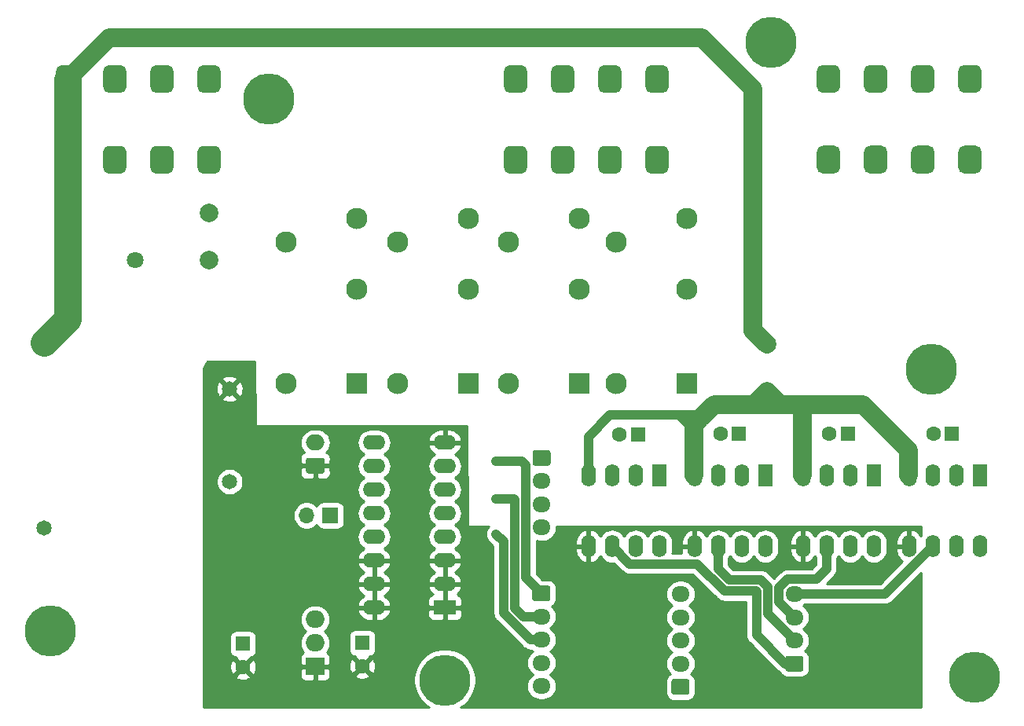
<source format=gbr>
G04 #@! TF.GenerationSoftware,KiCad,Pcbnew,(5.1.6)-1*
G04 #@! TF.CreationDate,2021-10-23T11:58:58+02:00*
G04 #@! TF.ProjectId,hamodule,68616d6f-6475-46c6-952e-6b696361645f,rev?*
G04 #@! TF.SameCoordinates,Original*
G04 #@! TF.FileFunction,Copper,L2,Bot*
G04 #@! TF.FilePolarity,Positive*
%FSLAX46Y46*%
G04 Gerber Fmt 4.6, Leading zero omitted, Abs format (unit mm)*
G04 Created by KiCad (PCBNEW (5.1.6)-1) date 2021-10-23 11:58:58*
%MOMM*%
%LPD*%
G01*
G04 APERTURE LIST*
G04 #@! TA.AperFunction,ComponentPad*
%ADD10C,2.000000*%
G04 #@! TD*
G04 #@! TA.AperFunction,ComponentPad*
%ADD11C,1.600000*%
G04 #@! TD*
G04 #@! TA.AperFunction,ComponentPad*
%ADD12R,1.600000X1.600000*%
G04 #@! TD*
G04 #@! TA.AperFunction,ComponentPad*
%ADD13O,1.700000X1.700000*%
G04 #@! TD*
G04 #@! TA.AperFunction,ComponentPad*
%ADD14R,1.700000X1.700000*%
G04 #@! TD*
G04 #@! TA.AperFunction,ComponentPad*
%ADD15C,5.500000*%
G04 #@! TD*
G04 #@! TA.AperFunction,ComponentPad*
%ADD16C,1.800000*%
G04 #@! TD*
G04 #@! TA.AperFunction,ComponentPad*
%ADD17R,2.300000X2.300000*%
G04 #@! TD*
G04 #@! TA.AperFunction,ComponentPad*
%ADD18C,2.300000*%
G04 #@! TD*
G04 #@! TA.AperFunction,ComponentPad*
%ADD19R,2.400000X1.600000*%
G04 #@! TD*
G04 #@! TA.AperFunction,ComponentPad*
%ADD20O,2.400000X1.600000*%
G04 #@! TD*
G04 #@! TA.AperFunction,ComponentPad*
%ADD21O,1.950000X1.700000*%
G04 #@! TD*
G04 #@! TA.AperFunction,ComponentPad*
%ADD22R,1.600000X2.400000*%
G04 #@! TD*
G04 #@! TA.AperFunction,ComponentPad*
%ADD23O,1.600000X2.400000*%
G04 #@! TD*
G04 #@! TA.AperFunction,ComponentPad*
%ADD24O,2.000000X1.905000*%
G04 #@! TD*
G04 #@! TA.AperFunction,ComponentPad*
%ADD25R,2.000000X1.905000*%
G04 #@! TD*
G04 #@! TA.AperFunction,ComponentPad*
%ADD26O,2.000000X1.700000*%
G04 #@! TD*
G04 #@! TA.AperFunction,ComponentPad*
%ADD27C,1.650000*%
G04 #@! TD*
G04 #@! TA.AperFunction,ComponentPad*
%ADD28R,1.650000X1.650000*%
G04 #@! TD*
G04 #@! TA.AperFunction,ViaPad*
%ADD29C,0.800000*%
G04 #@! TD*
G04 #@! TA.AperFunction,Conductor*
%ADD30C,3.000000*%
G04 #@! TD*
G04 #@! TA.AperFunction,Conductor*
%ADD31C,2.000000*%
G04 #@! TD*
G04 #@! TA.AperFunction,Conductor*
%ADD32C,1.000000*%
G04 #@! TD*
G04 #@! TA.AperFunction,Conductor*
%ADD33C,0.254000*%
G04 #@! TD*
G04 APERTURE END LIST*
D10*
X181927500Y-108839000D03*
X181927500Y-103759000D03*
D11*
X199906500Y-113443500D03*
D12*
X201906500Y-113443500D03*
D11*
X188676500Y-113443500D03*
D12*
X190676500Y-113443500D03*
D11*
X176960500Y-113443500D03*
D12*
X178960500Y-113443500D03*
D11*
X166084500Y-113499900D03*
D12*
X168084500Y-113499900D03*
G04 #@! TA.AperFunction,ComponentPad*
G36*
G01*
X203202500Y-82371500D02*
X204452500Y-82371500D01*
G75*
G02*
X205077500Y-82996500I0J-625000D01*
G01*
X205077500Y-84746500D01*
G75*
G02*
X204452500Y-85371500I-625000J0D01*
G01*
X203202500Y-85371500D01*
G75*
G02*
X202577500Y-84746500I0J625000D01*
G01*
X202577500Y-82996500D01*
G75*
G02*
X203202500Y-82371500I625000J0D01*
G01*
G37*
G04 #@! TD.AperFunction*
G04 #@! TA.AperFunction,ComponentPad*
G36*
G01*
X203202500Y-73671500D02*
X204452500Y-73671500D01*
G75*
G02*
X205077500Y-74296500I0J-625000D01*
G01*
X205077500Y-76046500D01*
G75*
G02*
X204452500Y-76671500I-625000J0D01*
G01*
X203202500Y-76671500D01*
G75*
G02*
X202577500Y-76046500I0J625000D01*
G01*
X202577500Y-74296500D01*
G75*
G02*
X203202500Y-73671500I625000J0D01*
G01*
G37*
G04 #@! TD.AperFunction*
G04 #@! TA.AperFunction,ComponentPad*
G36*
G01*
X198122500Y-82371500D02*
X199372500Y-82371500D01*
G75*
G02*
X199997500Y-82996500I0J-625000D01*
G01*
X199997500Y-84746500D01*
G75*
G02*
X199372500Y-85371500I-625000J0D01*
G01*
X198122500Y-85371500D01*
G75*
G02*
X197497500Y-84746500I0J625000D01*
G01*
X197497500Y-82996500D01*
G75*
G02*
X198122500Y-82371500I625000J0D01*
G01*
G37*
G04 #@! TD.AperFunction*
G04 #@! TA.AperFunction,ComponentPad*
G36*
G01*
X198122500Y-73671500D02*
X199372500Y-73671500D01*
G75*
G02*
X199997500Y-74296500I0J-625000D01*
G01*
X199997500Y-76046500D01*
G75*
G02*
X199372500Y-76671500I-625000J0D01*
G01*
X198122500Y-76671500D01*
G75*
G02*
X197497500Y-76046500I0J625000D01*
G01*
X197497500Y-74296500D01*
G75*
G02*
X198122500Y-73671500I625000J0D01*
G01*
G37*
G04 #@! TD.AperFunction*
G04 #@! TA.AperFunction,ComponentPad*
G36*
G01*
X193042500Y-82371500D02*
X194292500Y-82371500D01*
G75*
G02*
X194917500Y-82996500I0J-625000D01*
G01*
X194917500Y-84746500D01*
G75*
G02*
X194292500Y-85371500I-625000J0D01*
G01*
X193042500Y-85371500D01*
G75*
G02*
X192417500Y-84746500I0J625000D01*
G01*
X192417500Y-82996500D01*
G75*
G02*
X193042500Y-82371500I625000J0D01*
G01*
G37*
G04 #@! TD.AperFunction*
G04 #@! TA.AperFunction,ComponentPad*
G36*
G01*
X193042500Y-73671500D02*
X194292500Y-73671500D01*
G75*
G02*
X194917500Y-74296500I0J-625000D01*
G01*
X194917500Y-76046500D01*
G75*
G02*
X194292500Y-76671500I-625000J0D01*
G01*
X193042500Y-76671500D01*
G75*
G02*
X192417500Y-76046500I0J625000D01*
G01*
X192417500Y-74296500D01*
G75*
G02*
X193042500Y-73671500I625000J0D01*
G01*
G37*
G04 #@! TD.AperFunction*
G04 #@! TA.AperFunction,ComponentPad*
G36*
G01*
X187962500Y-82371500D02*
X189212500Y-82371500D01*
G75*
G02*
X189837500Y-82996500I0J-625000D01*
G01*
X189837500Y-84746500D01*
G75*
G02*
X189212500Y-85371500I-625000J0D01*
G01*
X187962500Y-85371500D01*
G75*
G02*
X187337500Y-84746500I0J625000D01*
G01*
X187337500Y-82996500D01*
G75*
G02*
X187962500Y-82371500I625000J0D01*
G01*
G37*
G04 #@! TD.AperFunction*
G04 #@! TA.AperFunction,ComponentPad*
G36*
G01*
X187962500Y-73671500D02*
X189212500Y-73671500D01*
G75*
G02*
X189837500Y-74296500I0J-625000D01*
G01*
X189837500Y-76046500D01*
G75*
G02*
X189212500Y-76671500I-625000J0D01*
G01*
X187962500Y-76671500D01*
G75*
G02*
X187337500Y-76046500I0J625000D01*
G01*
X187337500Y-74296500D01*
G75*
G02*
X187962500Y-73671500I625000J0D01*
G01*
G37*
G04 #@! TD.AperFunction*
G04 #@! TA.AperFunction,ComponentPad*
G36*
G01*
X121231500Y-82383500D02*
X122481500Y-82383500D01*
G75*
G02*
X123106500Y-83008500I0J-625000D01*
G01*
X123106500Y-84758500D01*
G75*
G02*
X122481500Y-85383500I-625000J0D01*
G01*
X121231500Y-85383500D01*
G75*
G02*
X120606500Y-84758500I0J625000D01*
G01*
X120606500Y-83008500D01*
G75*
G02*
X121231500Y-82383500I625000J0D01*
G01*
G37*
G04 #@! TD.AperFunction*
G04 #@! TA.AperFunction,ComponentPad*
G36*
G01*
X121231500Y-73683500D02*
X122481500Y-73683500D01*
G75*
G02*
X123106500Y-74308500I0J-625000D01*
G01*
X123106500Y-76058500D01*
G75*
G02*
X122481500Y-76683500I-625000J0D01*
G01*
X121231500Y-76683500D01*
G75*
G02*
X120606500Y-76058500I0J625000D01*
G01*
X120606500Y-74308500D01*
G75*
G02*
X121231500Y-73683500I625000J0D01*
G01*
G37*
G04 #@! TD.AperFunction*
G04 #@! TA.AperFunction,ComponentPad*
G36*
G01*
X116151500Y-82383500D02*
X117401500Y-82383500D01*
G75*
G02*
X118026500Y-83008500I0J-625000D01*
G01*
X118026500Y-84758500D01*
G75*
G02*
X117401500Y-85383500I-625000J0D01*
G01*
X116151500Y-85383500D01*
G75*
G02*
X115526500Y-84758500I0J625000D01*
G01*
X115526500Y-83008500D01*
G75*
G02*
X116151500Y-82383500I625000J0D01*
G01*
G37*
G04 #@! TD.AperFunction*
G04 #@! TA.AperFunction,ComponentPad*
G36*
G01*
X116151500Y-73683500D02*
X117401500Y-73683500D01*
G75*
G02*
X118026500Y-74308500I0J-625000D01*
G01*
X118026500Y-76058500D01*
G75*
G02*
X117401500Y-76683500I-625000J0D01*
G01*
X116151500Y-76683500D01*
G75*
G02*
X115526500Y-76058500I0J625000D01*
G01*
X115526500Y-74308500D01*
G75*
G02*
X116151500Y-73683500I625000J0D01*
G01*
G37*
G04 #@! TD.AperFunction*
G04 #@! TA.AperFunction,ComponentPad*
G36*
G01*
X111071500Y-82383500D02*
X112321500Y-82383500D01*
G75*
G02*
X112946500Y-83008500I0J-625000D01*
G01*
X112946500Y-84758500D01*
G75*
G02*
X112321500Y-85383500I-625000J0D01*
G01*
X111071500Y-85383500D01*
G75*
G02*
X110446500Y-84758500I0J625000D01*
G01*
X110446500Y-83008500D01*
G75*
G02*
X111071500Y-82383500I625000J0D01*
G01*
G37*
G04 #@! TD.AperFunction*
G04 #@! TA.AperFunction,ComponentPad*
G36*
G01*
X111071500Y-73683500D02*
X112321500Y-73683500D01*
G75*
G02*
X112946500Y-74308500I0J-625000D01*
G01*
X112946500Y-76058500D01*
G75*
G02*
X112321500Y-76683500I-625000J0D01*
G01*
X111071500Y-76683500D01*
G75*
G02*
X110446500Y-76058500I0J625000D01*
G01*
X110446500Y-74308500D01*
G75*
G02*
X111071500Y-73683500I625000J0D01*
G01*
G37*
G04 #@! TD.AperFunction*
G04 #@! TA.AperFunction,ComponentPad*
G36*
G01*
X105991500Y-82383500D02*
X107241500Y-82383500D01*
G75*
G02*
X107866500Y-83008500I0J-625000D01*
G01*
X107866500Y-84758500D01*
G75*
G02*
X107241500Y-85383500I-625000J0D01*
G01*
X105991500Y-85383500D01*
G75*
G02*
X105366500Y-84758500I0J625000D01*
G01*
X105366500Y-83008500D01*
G75*
G02*
X105991500Y-82383500I625000J0D01*
G01*
G37*
G04 #@! TD.AperFunction*
G04 #@! TA.AperFunction,ComponentPad*
G36*
G01*
X105991500Y-73683500D02*
X107241500Y-73683500D01*
G75*
G02*
X107866500Y-74308500I0J-625000D01*
G01*
X107866500Y-76058500D01*
G75*
G02*
X107241500Y-76683500I-625000J0D01*
G01*
X105991500Y-76683500D01*
G75*
G02*
X105366500Y-76058500I0J625000D01*
G01*
X105366500Y-74308500D01*
G75*
G02*
X105991500Y-73683500I625000J0D01*
G01*
G37*
G04 #@! TD.AperFunction*
G04 #@! TA.AperFunction,ComponentPad*
G36*
G01*
X169491500Y-82383500D02*
X170741500Y-82383500D01*
G75*
G02*
X171366500Y-83008500I0J-625000D01*
G01*
X171366500Y-84758500D01*
G75*
G02*
X170741500Y-85383500I-625000J0D01*
G01*
X169491500Y-85383500D01*
G75*
G02*
X168866500Y-84758500I0J625000D01*
G01*
X168866500Y-83008500D01*
G75*
G02*
X169491500Y-82383500I625000J0D01*
G01*
G37*
G04 #@! TD.AperFunction*
G04 #@! TA.AperFunction,ComponentPad*
G36*
G01*
X169491500Y-73683500D02*
X170741500Y-73683500D01*
G75*
G02*
X171366500Y-74308500I0J-625000D01*
G01*
X171366500Y-76058500D01*
G75*
G02*
X170741500Y-76683500I-625000J0D01*
G01*
X169491500Y-76683500D01*
G75*
G02*
X168866500Y-76058500I0J625000D01*
G01*
X168866500Y-74308500D01*
G75*
G02*
X169491500Y-73683500I625000J0D01*
G01*
G37*
G04 #@! TD.AperFunction*
G04 #@! TA.AperFunction,ComponentPad*
G36*
G01*
X164411500Y-82383500D02*
X165661500Y-82383500D01*
G75*
G02*
X166286500Y-83008500I0J-625000D01*
G01*
X166286500Y-84758500D01*
G75*
G02*
X165661500Y-85383500I-625000J0D01*
G01*
X164411500Y-85383500D01*
G75*
G02*
X163786500Y-84758500I0J625000D01*
G01*
X163786500Y-83008500D01*
G75*
G02*
X164411500Y-82383500I625000J0D01*
G01*
G37*
G04 #@! TD.AperFunction*
G04 #@! TA.AperFunction,ComponentPad*
G36*
G01*
X164411500Y-73683500D02*
X165661500Y-73683500D01*
G75*
G02*
X166286500Y-74308500I0J-625000D01*
G01*
X166286500Y-76058500D01*
G75*
G02*
X165661500Y-76683500I-625000J0D01*
G01*
X164411500Y-76683500D01*
G75*
G02*
X163786500Y-76058500I0J625000D01*
G01*
X163786500Y-74308500D01*
G75*
G02*
X164411500Y-73683500I625000J0D01*
G01*
G37*
G04 #@! TD.AperFunction*
G04 #@! TA.AperFunction,ComponentPad*
G36*
G01*
X159331500Y-82383500D02*
X160581500Y-82383500D01*
G75*
G02*
X161206500Y-83008500I0J-625000D01*
G01*
X161206500Y-84758500D01*
G75*
G02*
X160581500Y-85383500I-625000J0D01*
G01*
X159331500Y-85383500D01*
G75*
G02*
X158706500Y-84758500I0J625000D01*
G01*
X158706500Y-83008500D01*
G75*
G02*
X159331500Y-82383500I625000J0D01*
G01*
G37*
G04 #@! TD.AperFunction*
G04 #@! TA.AperFunction,ComponentPad*
G36*
G01*
X159331500Y-73683500D02*
X160581500Y-73683500D01*
G75*
G02*
X161206500Y-74308500I0J-625000D01*
G01*
X161206500Y-76058500D01*
G75*
G02*
X160581500Y-76683500I-625000J0D01*
G01*
X159331500Y-76683500D01*
G75*
G02*
X158706500Y-76058500I0J625000D01*
G01*
X158706500Y-74308500D01*
G75*
G02*
X159331500Y-73683500I625000J0D01*
G01*
G37*
G04 #@! TD.AperFunction*
G04 #@! TA.AperFunction,ComponentPad*
G36*
G01*
X154251500Y-82383500D02*
X155501500Y-82383500D01*
G75*
G02*
X156126500Y-83008500I0J-625000D01*
G01*
X156126500Y-84758500D01*
G75*
G02*
X155501500Y-85383500I-625000J0D01*
G01*
X154251500Y-85383500D01*
G75*
G02*
X153626500Y-84758500I0J625000D01*
G01*
X153626500Y-83008500D01*
G75*
G02*
X154251500Y-82383500I625000J0D01*
G01*
G37*
G04 #@! TD.AperFunction*
G04 #@! TA.AperFunction,ComponentPad*
G36*
G01*
X154251500Y-73683500D02*
X155501500Y-73683500D01*
G75*
G02*
X156126500Y-74308500I0J-625000D01*
G01*
X156126500Y-76058500D01*
G75*
G02*
X155501500Y-76683500I-625000J0D01*
G01*
X154251500Y-76683500D01*
G75*
G02*
X153626500Y-76058500I0J625000D01*
G01*
X153626500Y-74308500D01*
G75*
G02*
X154251500Y-73683500I625000J0D01*
G01*
G37*
G04 #@! TD.AperFunction*
D13*
X132372100Y-122214640D03*
D14*
X134912100Y-122214640D03*
D15*
X199644000Y-106426000D03*
D11*
X138366500Y-138453500D03*
D12*
X138366500Y-135953500D03*
D11*
X125514100Y-138555100D03*
D12*
X125514100Y-136055100D03*
D16*
X113916500Y-94673500D03*
X106416500Y-93040170D03*
D15*
X128270000Y-77343000D03*
D17*
X161734500Y-108013500D03*
D18*
X161734500Y-97853500D03*
X161734500Y-90233500D03*
X154114500Y-92773500D03*
X154114500Y-108013500D03*
D19*
X147256500Y-132143500D03*
D20*
X139636500Y-114363500D03*
X147256500Y-129603500D03*
X139636500Y-116903500D03*
X147256500Y-127063500D03*
X139636500Y-119443500D03*
X147256500Y-124523500D03*
X139636500Y-121983500D03*
X147256500Y-121983500D03*
X139636500Y-124523500D03*
X147256500Y-119443500D03*
X139636500Y-127063500D03*
X147256500Y-116903500D03*
X139636500Y-129603500D03*
X147256500Y-114363500D03*
X139636500Y-132143500D03*
D21*
X157670500Y-123514500D03*
X157670500Y-121014500D03*
X157670500Y-118514500D03*
G04 #@! TA.AperFunction,ComponentPad*
G36*
G01*
X156945500Y-115164500D02*
X158395500Y-115164500D01*
G75*
G02*
X158645500Y-115414500I0J-250000D01*
G01*
X158645500Y-116614500D01*
G75*
G02*
X158395500Y-116864500I-250000J0D01*
G01*
X156945500Y-116864500D01*
G75*
G02*
X156695500Y-116614500I0J250000D01*
G01*
X156695500Y-115414500D01*
G75*
G02*
X156945500Y-115164500I250000J0D01*
G01*
G37*
G04 #@! TD.AperFunction*
X172642500Y-130683500D03*
X172642500Y-133183500D03*
X172642500Y-135683500D03*
X172642500Y-138183500D03*
G04 #@! TA.AperFunction,ComponentPad*
G36*
G01*
X173367500Y-141533500D02*
X171917500Y-141533500D01*
G75*
G02*
X171667500Y-141283500I0J250000D01*
G01*
X171667500Y-140083500D01*
G75*
G02*
X171917500Y-139833500I250000J0D01*
G01*
X173367500Y-139833500D01*
G75*
G02*
X173617500Y-140083500I0J-250000D01*
G01*
X173617500Y-141283500D01*
G75*
G02*
X173367500Y-141533500I-250000J0D01*
G01*
G37*
G04 #@! TD.AperFunction*
D22*
X181786500Y-117903500D03*
D23*
X174166500Y-125523500D03*
X179246500Y-117903500D03*
X176706500Y-125523500D03*
X176706500Y-117903500D03*
X179246500Y-125523500D03*
X174166500Y-117903500D03*
X181786500Y-125523500D03*
D22*
X204900500Y-117903500D03*
D23*
X197280500Y-125523500D03*
X202360500Y-117903500D03*
X199820500Y-125523500D03*
X199820500Y-117903500D03*
X202360500Y-125523500D03*
X197280500Y-117903500D03*
X204900500Y-125523500D03*
D22*
X193470500Y-117903500D03*
D23*
X185850500Y-125523500D03*
X190930500Y-117903500D03*
X188390500Y-125523500D03*
X188390500Y-117903500D03*
X190930500Y-125523500D03*
X185850500Y-117903500D03*
X193470500Y-125523500D03*
D22*
X170356500Y-117903500D03*
D23*
X162736500Y-125523500D03*
X167816500Y-117903500D03*
X165276500Y-125523500D03*
X165276500Y-117903500D03*
X167816500Y-125523500D03*
X162736500Y-117903500D03*
X170356500Y-125523500D03*
D24*
X133286500Y-133413500D03*
X133286500Y-135953500D03*
D25*
X133286500Y-138493500D03*
D21*
X157656500Y-140603500D03*
X157656500Y-138103500D03*
X157656500Y-135603500D03*
X157656500Y-133103500D03*
G04 #@! TA.AperFunction,ComponentPad*
G36*
G01*
X156931500Y-129753500D02*
X158381500Y-129753500D01*
G75*
G02*
X158631500Y-130003500I0J-250000D01*
G01*
X158631500Y-131203500D01*
G75*
G02*
X158381500Y-131453500I-250000J0D01*
G01*
X156931500Y-131453500D01*
G75*
G02*
X156681500Y-131203500I0J250000D01*
G01*
X156681500Y-130003500D01*
G75*
G02*
X156931500Y-129753500I250000J0D01*
G01*
G37*
G04 #@! TD.AperFunction*
X184912000Y-130683000D03*
X184912000Y-133183000D03*
X184912000Y-135683000D03*
G04 #@! TA.AperFunction,ComponentPad*
G36*
G01*
X185637000Y-139033000D02*
X184187000Y-139033000D01*
G75*
G02*
X183937000Y-138783000I0J250000D01*
G01*
X183937000Y-137583000D01*
G75*
G02*
X184187000Y-137333000I250000J0D01*
G01*
X185637000Y-137333000D01*
G75*
G02*
X185887000Y-137583000I0J-250000D01*
G01*
X185887000Y-138783000D01*
G75*
G02*
X185637000Y-139033000I-250000J0D01*
G01*
G37*
G04 #@! TD.AperFunction*
D26*
X133299200Y-114355880D03*
G04 #@! TA.AperFunction,ComponentPad*
G36*
G01*
X134049200Y-117705880D02*
X132549200Y-117705880D01*
G75*
G02*
X132299200Y-117455880I0J250000D01*
G01*
X132299200Y-116255880D01*
G75*
G02*
X132549200Y-116005880I250000J0D01*
G01*
X134049200Y-116005880D01*
G75*
G02*
X134299200Y-116255880I0J-250000D01*
G01*
X134299200Y-117455880D01*
G75*
G02*
X134049200Y-117705880I-250000J0D01*
G01*
G37*
G04 #@! TD.AperFunction*
D27*
X124076500Y-108568500D03*
X124076500Y-118568500D03*
X104076500Y-123568500D03*
D28*
X104076500Y-103568500D03*
D15*
X204304900Y-139661900D03*
X104711500Y-134683500D03*
X147256500Y-139954000D03*
X182372000Y-71247000D03*
D10*
X121856500Y-94678500D03*
X121856500Y-89598500D03*
D17*
X137731500Y-108013500D03*
D18*
X137731500Y-97853500D03*
X137731500Y-90233500D03*
X130111500Y-92773500D03*
X130111500Y-108013500D03*
D17*
X149796500Y-108013500D03*
D18*
X149796500Y-97853500D03*
X149796500Y-90233500D03*
X142176500Y-92773500D03*
X142176500Y-108013500D03*
D17*
X173291500Y-108013500D03*
D18*
X173291500Y-97853500D03*
X173291500Y-90233500D03*
X165671500Y-92773500D03*
X165671500Y-108013500D03*
D29*
X152781000Y-124206000D03*
X152781000Y-120396000D03*
X152781000Y-116395500D03*
D30*
X106616500Y-101028500D02*
X104076500Y-103568500D01*
X106616500Y-75183500D02*
X106616500Y-101028500D01*
D31*
X197220490Y-115147488D02*
X197220490Y-117903500D01*
X192312841Y-110239839D02*
X197220490Y-115147488D01*
X174106490Y-112449508D02*
X174106490Y-117903500D01*
D32*
X162736500Y-113739898D02*
X162736500Y-117903500D01*
X165076499Y-111399899D02*
X162736500Y-113739898D01*
X173553709Y-112449508D02*
X172504100Y-111399899D01*
X172504100Y-111399899D02*
X174468099Y-111399899D01*
X174468099Y-111399899D02*
X174812099Y-111743899D01*
D31*
X176316159Y-110239839D02*
X174812099Y-111743899D01*
X174812099Y-111743899D02*
X174106490Y-112449508D01*
D32*
X165076499Y-111399899D02*
X172504100Y-111399899D01*
D31*
X185790490Y-116426541D02*
X185790490Y-117903500D01*
X185804839Y-110239839D02*
X185804839Y-116412192D01*
X185804839Y-116412192D02*
X185790490Y-116426541D01*
X185804839Y-110239839D02*
X192312841Y-110239839D01*
X183772839Y-110239839D02*
X185804839Y-110239839D01*
X180526661Y-110239839D02*
X179899339Y-110239839D01*
X183772839Y-110239839D02*
X179899339Y-110239839D01*
X181927500Y-108839000D02*
X180526661Y-110239839D01*
X179899339Y-110239839D02*
X176316159Y-110239839D01*
X183328339Y-110239839D02*
X183772839Y-110239839D01*
X181927500Y-108839000D02*
X183328339Y-110239839D01*
D32*
X194642334Y-130683000D02*
X199801834Y-125523500D01*
X199801834Y-125523500D02*
X199820500Y-125523500D01*
X184912000Y-130683000D02*
X194642334Y-130683000D01*
X184912000Y-133183000D02*
X183236990Y-131507990D01*
X183236990Y-130040965D02*
X184182455Y-129095500D01*
X183236990Y-131507990D02*
X183236990Y-130040965D01*
X184182455Y-129095500D02*
X187261500Y-129095500D01*
X188390500Y-127966500D02*
X188390500Y-125523500D01*
X187261500Y-129095500D02*
X188390500Y-127966500D01*
X182036980Y-132807980D02*
X182036980Y-129903480D01*
X184912000Y-135683000D02*
X182036980Y-132807980D01*
X182036980Y-129903480D02*
X181292500Y-129159000D01*
X181292500Y-129159000D02*
X177863500Y-129159000D01*
X176706500Y-128002000D02*
X176706500Y-125523500D01*
X177863500Y-129159000D02*
X176706500Y-128002000D01*
X183937000Y-138183000D02*
X180836970Y-135082970D01*
X184912000Y-138183000D02*
X183937000Y-138183000D01*
X180836970Y-130417970D02*
X180778010Y-130359010D01*
X180836970Y-135082970D02*
X180836970Y-130417970D01*
X180778010Y-130359010D02*
X177366439Y-130359009D01*
X167176510Y-127423510D02*
X165276500Y-125523500D01*
X174430940Y-127423510D02*
X167176510Y-127423510D01*
X177366439Y-130359009D02*
X174430940Y-127423510D01*
D31*
X106616500Y-75183500D02*
X111104510Y-70695490D01*
X174952271Y-70695490D02*
X180467000Y-76210219D01*
X111104510Y-70695490D02*
X174952271Y-70695490D01*
X180467000Y-102298500D02*
X180467000Y-101473000D01*
X181927500Y-103759000D02*
X180467000Y-102298500D01*
X180467000Y-76210219D02*
X180467000Y-101473000D01*
D32*
X152781000Y-124206000D02*
X153595470Y-125020470D01*
X156484430Y-135603500D02*
X157656500Y-135603500D01*
X153595471Y-132714541D02*
X156484430Y-135603500D01*
X153595470Y-125020470D02*
X153595471Y-132714541D01*
X152781000Y-120396000D02*
X154668480Y-120396000D01*
X155681500Y-133103500D02*
X157656500Y-133103500D01*
X154795480Y-132217480D02*
X155681500Y-133103500D01*
X154795480Y-120523000D02*
X154795480Y-132217480D01*
X154668480Y-120396000D02*
X154795480Y-120523000D01*
X155995490Y-128942490D02*
X157656500Y-130603500D01*
X155995490Y-116815990D02*
X155995490Y-128942490D01*
X152781000Y-116395500D02*
X155575000Y-116395500D01*
X155575000Y-116395500D02*
X155995490Y-116815990D01*
D33*
G36*
X126809501Y-112459045D02*
G01*
X126812048Y-112483811D01*
X126819377Y-112507604D01*
X126831207Y-112529510D01*
X126847084Y-112548687D01*
X126866397Y-112564399D01*
X126888404Y-112576040D01*
X126912259Y-112583165D01*
X126936500Y-112585500D01*
X149667059Y-112585500D01*
X149672000Y-123253559D01*
X149674452Y-123278334D01*
X149681690Y-123302155D01*
X149693436Y-123324106D01*
X149709239Y-123343344D01*
X149728491Y-123359129D01*
X149750454Y-123370855D01*
X149774281Y-123378071D01*
X149799000Y-123380500D01*
X151997767Y-123380500D01*
X151974552Y-123399552D01*
X151832717Y-123572378D01*
X151727324Y-123769554D01*
X151662423Y-123983502D01*
X151640509Y-124206000D01*
X151662423Y-124428498D01*
X151727324Y-124642446D01*
X151832717Y-124839622D01*
X151939012Y-124969143D01*
X152460470Y-125490602D01*
X152460472Y-132658780D01*
X152454980Y-132714541D01*
X152476894Y-132937039D01*
X152541795Y-133150987D01*
X152559174Y-133183500D01*
X152647188Y-133348164D01*
X152789023Y-133520990D01*
X152832331Y-133556532D01*
X155642439Y-136366641D01*
X155677981Y-136409949D01*
X155850807Y-136551784D01*
X156047983Y-136657176D01*
X156261931Y-136722077D01*
X156410149Y-136736675D01*
X156484430Y-136743991D01*
X156540181Y-136738500D01*
X156573683Y-136738500D01*
X156702486Y-136844206D01*
X156719874Y-136853500D01*
X156702486Y-136862794D01*
X156476366Y-137048366D01*
X156290794Y-137274486D01*
X156152901Y-137532466D01*
X156067987Y-137812389D01*
X156039315Y-138103500D01*
X156067987Y-138394611D01*
X156152901Y-138674534D01*
X156290794Y-138932514D01*
X156476366Y-139158634D01*
X156702486Y-139344206D01*
X156719874Y-139353500D01*
X156702486Y-139362794D01*
X156476366Y-139548366D01*
X156290794Y-139774486D01*
X156152901Y-140032466D01*
X156067987Y-140312389D01*
X156039315Y-140603500D01*
X156067987Y-140894611D01*
X156152901Y-141174534D01*
X156290794Y-141432514D01*
X156476366Y-141658634D01*
X156702486Y-141844206D01*
X156960466Y-141982099D01*
X157240389Y-142067013D01*
X157458550Y-142088500D01*
X157854450Y-142088500D01*
X158072611Y-142067013D01*
X158352534Y-141982099D01*
X158610514Y-141844206D01*
X158836634Y-141658634D01*
X159022206Y-141432514D01*
X159160099Y-141174534D01*
X159245013Y-140894611D01*
X159273685Y-140603500D01*
X159245013Y-140312389D01*
X159160099Y-140032466D01*
X159022206Y-139774486D01*
X158836634Y-139548366D01*
X158610514Y-139362794D01*
X158593126Y-139353500D01*
X158610514Y-139344206D01*
X158836634Y-139158634D01*
X159022206Y-138932514D01*
X159160099Y-138674534D01*
X159245013Y-138394611D01*
X159273685Y-138103500D01*
X159245013Y-137812389D01*
X159160099Y-137532466D01*
X159022206Y-137274486D01*
X158836634Y-137048366D01*
X158610514Y-136862794D01*
X158593126Y-136853500D01*
X158610514Y-136844206D01*
X158836634Y-136658634D01*
X159022206Y-136432514D01*
X159160099Y-136174534D01*
X159245013Y-135894611D01*
X159273685Y-135603500D01*
X159245013Y-135312389D01*
X159160099Y-135032466D01*
X159022206Y-134774486D01*
X158836634Y-134548366D01*
X158610514Y-134362794D01*
X158593126Y-134353500D01*
X158610514Y-134344206D01*
X158836634Y-134158634D01*
X159022206Y-133932514D01*
X159160099Y-133674534D01*
X159245013Y-133394611D01*
X159273685Y-133103500D01*
X159245013Y-132812389D01*
X159160099Y-132532466D01*
X159022206Y-132274486D01*
X158836634Y-132048366D01*
X158773163Y-131996277D01*
X158874886Y-131941905D01*
X159009462Y-131831462D01*
X159119905Y-131696886D01*
X159201972Y-131543350D01*
X159252508Y-131376754D01*
X159269572Y-131203500D01*
X159269572Y-130683500D01*
X171025315Y-130683500D01*
X171053987Y-130974611D01*
X171138901Y-131254534D01*
X171276794Y-131512514D01*
X171462366Y-131738634D01*
X171688486Y-131924206D01*
X171705874Y-131933500D01*
X171688486Y-131942794D01*
X171462366Y-132128366D01*
X171276794Y-132354486D01*
X171138901Y-132612466D01*
X171053987Y-132892389D01*
X171025315Y-133183500D01*
X171053987Y-133474611D01*
X171138901Y-133754534D01*
X171276794Y-134012514D01*
X171462366Y-134238634D01*
X171688486Y-134424206D01*
X171705874Y-134433500D01*
X171688486Y-134442794D01*
X171462366Y-134628366D01*
X171276794Y-134854486D01*
X171138901Y-135112466D01*
X171053987Y-135392389D01*
X171025315Y-135683500D01*
X171053987Y-135974611D01*
X171138901Y-136254534D01*
X171276794Y-136512514D01*
X171462366Y-136738634D01*
X171688486Y-136924206D01*
X171705874Y-136933500D01*
X171688486Y-136942794D01*
X171462366Y-137128366D01*
X171276794Y-137354486D01*
X171138901Y-137612466D01*
X171053987Y-137892389D01*
X171025315Y-138183500D01*
X171053987Y-138474611D01*
X171138901Y-138754534D01*
X171276794Y-139012514D01*
X171462366Y-139238634D01*
X171525837Y-139290723D01*
X171424114Y-139345095D01*
X171289538Y-139455538D01*
X171179095Y-139590114D01*
X171097028Y-139743650D01*
X171046492Y-139910246D01*
X171029428Y-140083500D01*
X171029428Y-141283500D01*
X171046492Y-141456754D01*
X171097028Y-141623350D01*
X171179095Y-141776886D01*
X171289538Y-141911462D01*
X171424114Y-142021905D01*
X171577650Y-142103972D01*
X171744246Y-142154508D01*
X171917500Y-142171572D01*
X173367500Y-142171572D01*
X173540754Y-142154508D01*
X173707350Y-142103972D01*
X173860886Y-142021905D01*
X173995462Y-141911462D01*
X174105905Y-141776886D01*
X174187972Y-141623350D01*
X174238508Y-141456754D01*
X174255572Y-141283500D01*
X174255572Y-140083500D01*
X174238508Y-139910246D01*
X174187972Y-139743650D01*
X174105905Y-139590114D01*
X173995462Y-139455538D01*
X173860886Y-139345095D01*
X173759163Y-139290723D01*
X173822634Y-139238634D01*
X174008206Y-139012514D01*
X174146099Y-138754534D01*
X174231013Y-138474611D01*
X174259685Y-138183500D01*
X174231013Y-137892389D01*
X174146099Y-137612466D01*
X174008206Y-137354486D01*
X173822634Y-137128366D01*
X173596514Y-136942794D01*
X173579126Y-136933500D01*
X173596514Y-136924206D01*
X173822634Y-136738634D01*
X174008206Y-136512514D01*
X174146099Y-136254534D01*
X174231013Y-135974611D01*
X174259685Y-135683500D01*
X174231013Y-135392389D01*
X174146099Y-135112466D01*
X174008206Y-134854486D01*
X173822634Y-134628366D01*
X173596514Y-134442794D01*
X173579126Y-134433500D01*
X173596514Y-134424206D01*
X173822634Y-134238634D01*
X174008206Y-134012514D01*
X174146099Y-133754534D01*
X174231013Y-133474611D01*
X174259685Y-133183500D01*
X174231013Y-132892389D01*
X174146099Y-132612466D01*
X174008206Y-132354486D01*
X173822634Y-132128366D01*
X173596514Y-131942794D01*
X173579126Y-131933500D01*
X173596514Y-131924206D01*
X173822634Y-131738634D01*
X174008206Y-131512514D01*
X174146099Y-131254534D01*
X174231013Y-130974611D01*
X174259685Y-130683500D01*
X174231013Y-130392389D01*
X174146099Y-130112466D01*
X174008206Y-129854486D01*
X173822634Y-129628366D01*
X173596514Y-129442794D01*
X173338534Y-129304901D01*
X173058611Y-129219987D01*
X172840450Y-129198500D01*
X172444550Y-129198500D01*
X172226389Y-129219987D01*
X171946466Y-129304901D01*
X171688486Y-129442794D01*
X171462366Y-129628366D01*
X171276794Y-129854486D01*
X171138901Y-130112466D01*
X171053987Y-130392389D01*
X171025315Y-130683500D01*
X159269572Y-130683500D01*
X159269572Y-130003500D01*
X159252508Y-129830246D01*
X159201972Y-129663650D01*
X159119905Y-129510114D01*
X159009462Y-129375538D01*
X158874886Y-129265095D01*
X158721350Y-129183028D01*
X158554754Y-129132492D01*
X158381500Y-129115428D01*
X157773560Y-129115428D01*
X157130490Y-128472359D01*
X157130490Y-125650500D01*
X161301500Y-125650500D01*
X161301500Y-126050500D01*
X161353850Y-126328014D01*
X161459334Y-126589983D01*
X161613899Y-126826339D01*
X161811605Y-127028000D01*
X162044854Y-127187215D01*
X162304682Y-127297867D01*
X162387461Y-127315404D01*
X162609500Y-127193415D01*
X162609500Y-125650500D01*
X161301500Y-125650500D01*
X157130490Y-125650500D01*
X157130490Y-124940429D01*
X157254389Y-124978013D01*
X157472550Y-124999500D01*
X157868450Y-124999500D01*
X157898909Y-124996500D01*
X161301500Y-124996500D01*
X161301500Y-125396500D01*
X162609500Y-125396500D01*
X162609500Y-123853585D01*
X162387461Y-123731596D01*
X162304682Y-123749133D01*
X162044854Y-123859785D01*
X161811605Y-124019000D01*
X161613899Y-124220661D01*
X161459334Y-124457017D01*
X161353850Y-124718986D01*
X161301500Y-124996500D01*
X157898909Y-124996500D01*
X158086611Y-124978013D01*
X158366534Y-124893099D01*
X158624514Y-124755206D01*
X158850634Y-124569634D01*
X159036206Y-124343514D01*
X159174099Y-124085534D01*
X159259013Y-123805611D01*
X159287685Y-123514500D01*
X159274487Y-123380500D01*
X198564500Y-123380500D01*
X198564500Y-124429166D01*
X198553235Y-124450241D01*
X198403101Y-124220661D01*
X198205395Y-124019000D01*
X197972146Y-123859785D01*
X197712318Y-123749133D01*
X197629539Y-123731596D01*
X197407500Y-123853585D01*
X197407500Y-125396500D01*
X197427500Y-125396500D01*
X197427500Y-125650500D01*
X197407500Y-125650500D01*
X197407500Y-125670500D01*
X197153500Y-125670500D01*
X197153500Y-125650500D01*
X195845500Y-125650500D01*
X195845500Y-126050500D01*
X195897850Y-126328014D01*
X196003334Y-126589983D01*
X196157899Y-126826339D01*
X196355605Y-127028000D01*
X196555651Y-127164551D01*
X194172203Y-129548000D01*
X188414131Y-129548000D01*
X189153640Y-128808492D01*
X189196949Y-128772949D01*
X189338784Y-128600123D01*
X189444176Y-128402947D01*
X189509077Y-128188999D01*
X189509363Y-128186101D01*
X189530991Y-127966501D01*
X189525500Y-127910749D01*
X189525500Y-126802502D01*
X189589432Y-126724601D01*
X189660500Y-126591642D01*
X189731568Y-126724600D01*
X189910892Y-126943107D01*
X190129399Y-127122432D01*
X190378692Y-127255682D01*
X190649191Y-127337736D01*
X190930500Y-127365443D01*
X191211808Y-127337736D01*
X191482307Y-127255682D01*
X191731600Y-127122432D01*
X191950107Y-126943108D01*
X192129432Y-126724601D01*
X192200500Y-126591642D01*
X192271568Y-126724600D01*
X192450892Y-126943107D01*
X192669399Y-127122432D01*
X192918692Y-127255682D01*
X193189191Y-127337736D01*
X193470500Y-127365443D01*
X193751808Y-127337736D01*
X194022307Y-127255682D01*
X194271600Y-127122432D01*
X194490107Y-126943108D01*
X194669432Y-126724601D01*
X194802682Y-126475308D01*
X194884736Y-126204809D01*
X194905500Y-125993992D01*
X194905500Y-125053009D01*
X194899935Y-124996500D01*
X195845500Y-124996500D01*
X195845500Y-125396500D01*
X197153500Y-125396500D01*
X197153500Y-123853585D01*
X196931461Y-123731596D01*
X196848682Y-123749133D01*
X196588854Y-123859785D01*
X196355605Y-124019000D01*
X196157899Y-124220661D01*
X196003334Y-124457017D01*
X195897850Y-124718986D01*
X195845500Y-124996500D01*
X194899935Y-124996500D01*
X194884736Y-124842191D01*
X194802682Y-124571692D01*
X194669432Y-124322399D01*
X194490108Y-124103892D01*
X194271601Y-123924568D01*
X194022308Y-123791318D01*
X193751809Y-123709264D01*
X193470500Y-123681557D01*
X193189192Y-123709264D01*
X192918693Y-123791318D01*
X192669400Y-123924568D01*
X192450893Y-124103892D01*
X192271568Y-124322399D01*
X192200500Y-124455358D01*
X192129432Y-124322399D01*
X191950108Y-124103892D01*
X191731601Y-123924568D01*
X191482308Y-123791318D01*
X191211809Y-123709264D01*
X190930500Y-123681557D01*
X190649192Y-123709264D01*
X190378693Y-123791318D01*
X190129400Y-123924568D01*
X189910893Y-124103892D01*
X189731568Y-124322399D01*
X189660500Y-124455358D01*
X189589432Y-124322399D01*
X189410108Y-124103892D01*
X189191601Y-123924568D01*
X188942308Y-123791318D01*
X188671809Y-123709264D01*
X188390500Y-123681557D01*
X188109192Y-123709264D01*
X187838693Y-123791318D01*
X187589400Y-123924568D01*
X187370893Y-124103892D01*
X187191568Y-124322399D01*
X187123235Y-124450241D01*
X186973101Y-124220661D01*
X186775395Y-124019000D01*
X186542146Y-123859785D01*
X186282318Y-123749133D01*
X186199539Y-123731596D01*
X185977500Y-123853585D01*
X185977500Y-125396500D01*
X185997500Y-125396500D01*
X185997500Y-125650500D01*
X185977500Y-125650500D01*
X185977500Y-127193415D01*
X186199539Y-127315404D01*
X186282318Y-127297867D01*
X186542146Y-127187215D01*
X186775395Y-127028000D01*
X186973101Y-126826339D01*
X187123235Y-126596758D01*
X187191568Y-126724600D01*
X187255500Y-126802502D01*
X187255500Y-127496368D01*
X186791369Y-127960500D01*
X184238196Y-127960500D01*
X184182454Y-127955010D01*
X184126712Y-127960500D01*
X184126703Y-127960500D01*
X183959956Y-127976923D01*
X183746008Y-128041824D01*
X183548832Y-128147216D01*
X183376006Y-128289051D01*
X183340466Y-128332357D01*
X182705728Y-128967096D01*
X182134495Y-128395864D01*
X182098949Y-128352551D01*
X181926123Y-128210716D01*
X181728947Y-128105324D01*
X181514999Y-128040423D01*
X181348252Y-128024000D01*
X181348251Y-128024000D01*
X181292500Y-128018509D01*
X181236749Y-128024000D01*
X178333632Y-128024000D01*
X177841500Y-127531869D01*
X177841500Y-126802502D01*
X177905432Y-126724601D01*
X177976500Y-126591642D01*
X178047568Y-126724600D01*
X178226892Y-126943107D01*
X178445399Y-127122432D01*
X178694692Y-127255682D01*
X178965191Y-127337736D01*
X179246500Y-127365443D01*
X179527808Y-127337736D01*
X179798307Y-127255682D01*
X180047600Y-127122432D01*
X180266107Y-126943108D01*
X180445432Y-126724601D01*
X180516500Y-126591642D01*
X180587568Y-126724600D01*
X180766892Y-126943107D01*
X180985399Y-127122432D01*
X181234692Y-127255682D01*
X181505191Y-127337736D01*
X181786500Y-127365443D01*
X182067808Y-127337736D01*
X182338307Y-127255682D01*
X182587600Y-127122432D01*
X182806107Y-126943108D01*
X182985432Y-126724601D01*
X183118682Y-126475308D01*
X183200736Y-126204809D01*
X183221500Y-125993992D01*
X183221500Y-125650500D01*
X184415500Y-125650500D01*
X184415500Y-126050500D01*
X184467850Y-126328014D01*
X184573334Y-126589983D01*
X184727899Y-126826339D01*
X184925605Y-127028000D01*
X185158854Y-127187215D01*
X185418682Y-127297867D01*
X185501461Y-127315404D01*
X185723500Y-127193415D01*
X185723500Y-125650500D01*
X184415500Y-125650500D01*
X183221500Y-125650500D01*
X183221500Y-125053009D01*
X183215935Y-124996500D01*
X184415500Y-124996500D01*
X184415500Y-125396500D01*
X185723500Y-125396500D01*
X185723500Y-123853585D01*
X185501461Y-123731596D01*
X185418682Y-123749133D01*
X185158854Y-123859785D01*
X184925605Y-124019000D01*
X184727899Y-124220661D01*
X184573334Y-124457017D01*
X184467850Y-124718986D01*
X184415500Y-124996500D01*
X183215935Y-124996500D01*
X183200736Y-124842191D01*
X183118682Y-124571692D01*
X182985432Y-124322399D01*
X182806108Y-124103892D01*
X182587601Y-123924568D01*
X182338308Y-123791318D01*
X182067809Y-123709264D01*
X181786500Y-123681557D01*
X181505192Y-123709264D01*
X181234693Y-123791318D01*
X180985400Y-123924568D01*
X180766893Y-124103892D01*
X180587568Y-124322399D01*
X180516500Y-124455358D01*
X180445432Y-124322399D01*
X180266108Y-124103892D01*
X180047601Y-123924568D01*
X179798308Y-123791318D01*
X179527809Y-123709264D01*
X179246500Y-123681557D01*
X178965192Y-123709264D01*
X178694693Y-123791318D01*
X178445400Y-123924568D01*
X178226893Y-124103892D01*
X178047568Y-124322399D01*
X177976500Y-124455358D01*
X177905432Y-124322399D01*
X177726108Y-124103892D01*
X177507601Y-123924568D01*
X177258308Y-123791318D01*
X176987809Y-123709264D01*
X176706500Y-123681557D01*
X176425192Y-123709264D01*
X176154693Y-123791318D01*
X175905400Y-123924568D01*
X175686893Y-124103892D01*
X175507568Y-124322399D01*
X175439235Y-124450241D01*
X175289101Y-124220661D01*
X175091395Y-124019000D01*
X174858146Y-123859785D01*
X174598318Y-123749133D01*
X174515539Y-123731596D01*
X174293500Y-123853585D01*
X174293500Y-125396500D01*
X174313500Y-125396500D01*
X174313500Y-125650500D01*
X174293500Y-125650500D01*
X174293500Y-125670500D01*
X174039500Y-125670500D01*
X174039500Y-125650500D01*
X172731500Y-125650500D01*
X172731500Y-126050500D01*
X172776398Y-126288510D01*
X171745346Y-126288510D01*
X171770736Y-126204809D01*
X171791500Y-125993992D01*
X171791500Y-125053009D01*
X171785935Y-124996500D01*
X172731500Y-124996500D01*
X172731500Y-125396500D01*
X174039500Y-125396500D01*
X174039500Y-123853585D01*
X173817461Y-123731596D01*
X173734682Y-123749133D01*
X173474854Y-123859785D01*
X173241605Y-124019000D01*
X173043899Y-124220661D01*
X172889334Y-124457017D01*
X172783850Y-124718986D01*
X172731500Y-124996500D01*
X171785935Y-124996500D01*
X171770736Y-124842191D01*
X171688682Y-124571692D01*
X171555432Y-124322399D01*
X171376108Y-124103892D01*
X171157601Y-123924568D01*
X170908308Y-123791318D01*
X170637809Y-123709264D01*
X170356500Y-123681557D01*
X170075192Y-123709264D01*
X169804693Y-123791318D01*
X169555400Y-123924568D01*
X169336893Y-124103892D01*
X169157568Y-124322399D01*
X169086500Y-124455358D01*
X169015432Y-124322399D01*
X168836108Y-124103892D01*
X168617601Y-123924568D01*
X168368308Y-123791318D01*
X168097809Y-123709264D01*
X167816500Y-123681557D01*
X167535192Y-123709264D01*
X167264693Y-123791318D01*
X167015400Y-123924568D01*
X166796893Y-124103892D01*
X166617568Y-124322399D01*
X166546500Y-124455358D01*
X166475432Y-124322399D01*
X166296108Y-124103892D01*
X166077601Y-123924568D01*
X165828308Y-123791318D01*
X165557809Y-123709264D01*
X165276500Y-123681557D01*
X164995192Y-123709264D01*
X164724693Y-123791318D01*
X164475400Y-123924568D01*
X164256893Y-124103892D01*
X164077568Y-124322399D01*
X164009235Y-124450241D01*
X163859101Y-124220661D01*
X163661395Y-124019000D01*
X163428146Y-123859785D01*
X163168318Y-123749133D01*
X163085539Y-123731596D01*
X162863500Y-123853585D01*
X162863500Y-125396500D01*
X162883500Y-125396500D01*
X162883500Y-125650500D01*
X162863500Y-125650500D01*
X162863500Y-127193415D01*
X163085539Y-127315404D01*
X163168318Y-127297867D01*
X163428146Y-127187215D01*
X163661395Y-127028000D01*
X163859101Y-126826339D01*
X164009235Y-126596758D01*
X164077568Y-126724600D01*
X164256892Y-126943107D01*
X164475399Y-127122432D01*
X164724692Y-127255682D01*
X164995191Y-127337736D01*
X165276500Y-127365443D01*
X165492078Y-127344210D01*
X166334519Y-128186651D01*
X166370061Y-128229959D01*
X166542887Y-128371794D01*
X166711422Y-128461877D01*
X166740063Y-128477186D01*
X166954011Y-128542087D01*
X167176510Y-128564001D01*
X167232261Y-128558510D01*
X173960809Y-128558510D01*
X176524451Y-131122153D01*
X176559990Y-131165457D01*
X176603293Y-131200995D01*
X176603295Y-131200997D01*
X176732815Y-131307292D01*
X176929991Y-131412684D01*
X177143939Y-131477585D01*
X177366438Y-131499499D01*
X177422189Y-131494008D01*
X179701971Y-131494009D01*
X179701970Y-135027218D01*
X179696479Y-135082970D01*
X179701970Y-135138721D01*
X179718393Y-135305468D01*
X179783294Y-135519416D01*
X179888686Y-135716593D01*
X180030521Y-135889419D01*
X180073835Y-135924966D01*
X183095009Y-138946141D01*
X183130551Y-138989449D01*
X183303377Y-139131284D01*
X183398098Y-139181913D01*
X183448595Y-139276386D01*
X183559038Y-139410962D01*
X183693614Y-139521405D01*
X183847150Y-139603472D01*
X184013746Y-139654008D01*
X184187000Y-139671072D01*
X185637000Y-139671072D01*
X185810254Y-139654008D01*
X185976850Y-139603472D01*
X186130386Y-139521405D01*
X186264962Y-139410962D01*
X186375405Y-139276386D01*
X186457472Y-139122850D01*
X186508008Y-138956254D01*
X186525072Y-138783000D01*
X186525072Y-137583000D01*
X186508008Y-137409746D01*
X186457472Y-137243150D01*
X186375405Y-137089614D01*
X186264962Y-136955038D01*
X186130386Y-136844595D01*
X186028663Y-136790223D01*
X186092134Y-136738134D01*
X186277706Y-136512014D01*
X186415599Y-136254034D01*
X186500513Y-135974111D01*
X186529185Y-135683000D01*
X186500513Y-135391889D01*
X186415599Y-135111966D01*
X186277706Y-134853986D01*
X186092134Y-134627866D01*
X185866014Y-134442294D01*
X185848626Y-134433000D01*
X185866014Y-134423706D01*
X186092134Y-134238134D01*
X186277706Y-134012014D01*
X186415599Y-133754034D01*
X186500513Y-133474111D01*
X186529185Y-133183000D01*
X186500513Y-132891889D01*
X186415599Y-132611966D01*
X186277706Y-132353986D01*
X186092134Y-132127866D01*
X185866014Y-131942294D01*
X185848626Y-131933000D01*
X185866014Y-131923706D01*
X185994817Y-131818000D01*
X194586583Y-131818000D01*
X194642334Y-131823491D01*
X194698085Y-131818000D01*
X194698086Y-131818000D01*
X194864833Y-131801577D01*
X195078781Y-131736676D01*
X195275957Y-131631284D01*
X195448783Y-131489449D01*
X195484330Y-131446135D01*
X198564500Y-128365965D01*
X198564500Y-142913500D01*
X148920135Y-142913500D01*
X149414312Y-142583302D01*
X149885802Y-142111812D01*
X150256248Y-141557399D01*
X150511417Y-140941368D01*
X150641500Y-140287393D01*
X150641500Y-139620607D01*
X150511417Y-138966632D01*
X150256248Y-138350601D01*
X149885802Y-137796188D01*
X149414312Y-137324698D01*
X148859899Y-136954252D01*
X148243868Y-136699083D01*
X147589893Y-136569000D01*
X146923107Y-136569000D01*
X146269132Y-136699083D01*
X145653101Y-136954252D01*
X145098688Y-137324698D01*
X144627198Y-137796188D01*
X144256752Y-138350601D01*
X144001583Y-138966632D01*
X143871500Y-139620607D01*
X143871500Y-140287393D01*
X144001583Y-140941368D01*
X144256752Y-141557399D01*
X144627198Y-142111812D01*
X145098688Y-142583302D01*
X145592865Y-142913500D01*
X121283500Y-142913500D01*
X121283500Y-139547802D01*
X124701003Y-139547802D01*
X124772586Y-139791771D01*
X125028096Y-139912671D01*
X125302284Y-139981400D01*
X125584612Y-139995317D01*
X125864230Y-139953887D01*
X126130392Y-139858703D01*
X126255614Y-139791771D01*
X126327197Y-139547802D01*
X126225395Y-139446000D01*
X131648428Y-139446000D01*
X131660688Y-139570482D01*
X131696998Y-139690180D01*
X131755963Y-139800494D01*
X131835315Y-139897185D01*
X131932006Y-139976537D01*
X132042320Y-140035502D01*
X132162018Y-140071812D01*
X132286500Y-140084072D01*
X133000750Y-140081000D01*
X133159500Y-139922250D01*
X133159500Y-138620500D01*
X133413500Y-138620500D01*
X133413500Y-139922250D01*
X133572250Y-140081000D01*
X134286500Y-140084072D01*
X134410982Y-140071812D01*
X134530680Y-140035502D01*
X134640994Y-139976537D01*
X134737685Y-139897185D01*
X134817037Y-139800494D01*
X134876002Y-139690180D01*
X134912312Y-139570482D01*
X134924552Y-139446202D01*
X137553403Y-139446202D01*
X137624986Y-139690171D01*
X137880496Y-139811071D01*
X138154684Y-139879800D01*
X138437012Y-139893717D01*
X138716630Y-139852287D01*
X138982792Y-139757103D01*
X139108014Y-139690171D01*
X139179597Y-139446202D01*
X138366500Y-138633105D01*
X137553403Y-139446202D01*
X134924552Y-139446202D01*
X134924572Y-139446000D01*
X134921500Y-138779250D01*
X134762750Y-138620500D01*
X133413500Y-138620500D01*
X133159500Y-138620500D01*
X131810250Y-138620500D01*
X131651500Y-138779250D01*
X131648428Y-139446000D01*
X126225395Y-139446000D01*
X125514100Y-138734705D01*
X124701003Y-139547802D01*
X121283500Y-139547802D01*
X121283500Y-138625612D01*
X124073883Y-138625612D01*
X124115313Y-138905230D01*
X124210497Y-139171392D01*
X124277429Y-139296614D01*
X124521398Y-139368197D01*
X125334495Y-138555100D01*
X125693705Y-138555100D01*
X126506802Y-139368197D01*
X126750771Y-139296614D01*
X126871671Y-139041104D01*
X126940400Y-138766916D01*
X126952373Y-138524012D01*
X136926283Y-138524012D01*
X136967713Y-138803630D01*
X137062897Y-139069792D01*
X137129829Y-139195014D01*
X137373798Y-139266597D01*
X138186895Y-138453500D01*
X138546105Y-138453500D01*
X139359202Y-139266597D01*
X139603171Y-139195014D01*
X139724071Y-138939504D01*
X139792800Y-138665316D01*
X139806717Y-138382988D01*
X139765287Y-138103370D01*
X139670103Y-137837208D01*
X139603171Y-137711986D01*
X139359202Y-137640403D01*
X138546105Y-138453500D01*
X138186895Y-138453500D01*
X137373798Y-137640403D01*
X137129829Y-137711986D01*
X137008929Y-137967496D01*
X136940200Y-138241684D01*
X136926283Y-138524012D01*
X126952373Y-138524012D01*
X126954317Y-138484588D01*
X126912887Y-138204970D01*
X126817703Y-137938808D01*
X126750771Y-137813586D01*
X126506802Y-137742003D01*
X125693705Y-138555100D01*
X125334495Y-138555100D01*
X124521398Y-137742003D01*
X124277429Y-137813586D01*
X124156529Y-138069096D01*
X124087800Y-138343284D01*
X124073883Y-138625612D01*
X121283500Y-138625612D01*
X121283500Y-135255100D01*
X124076028Y-135255100D01*
X124076028Y-136855100D01*
X124088288Y-136979582D01*
X124124598Y-137099280D01*
X124183563Y-137209594D01*
X124262915Y-137306285D01*
X124359606Y-137385637D01*
X124469920Y-137444602D01*
X124589618Y-137480912D01*
X124714100Y-137493172D01*
X124721315Y-137493172D01*
X124701003Y-137562398D01*
X125514100Y-138375495D01*
X126327197Y-137562398D01*
X126306885Y-137493172D01*
X126314100Y-137493172D01*
X126438582Y-137480912D01*
X126558280Y-137444602D01*
X126668594Y-137385637D01*
X126765285Y-137306285D01*
X126844637Y-137209594D01*
X126903602Y-137099280D01*
X126939912Y-136979582D01*
X126952172Y-136855100D01*
X126952172Y-135255100D01*
X126939912Y-135130618D01*
X126903602Y-135010920D01*
X126844637Y-134900606D01*
X126765285Y-134803915D01*
X126668594Y-134724563D01*
X126558280Y-134665598D01*
X126438582Y-134629288D01*
X126314100Y-134617028D01*
X124714100Y-134617028D01*
X124589618Y-134629288D01*
X124469920Y-134665598D01*
X124359606Y-134724563D01*
X124262915Y-134803915D01*
X124183563Y-134900606D01*
X124124598Y-135010920D01*
X124088288Y-135130618D01*
X124076028Y-135255100D01*
X121283500Y-135255100D01*
X121283500Y-133413500D01*
X131643819Y-133413500D01*
X131674470Y-133724704D01*
X131765245Y-134023949D01*
X131912655Y-134299735D01*
X132111037Y-134541463D01*
X132284109Y-134683500D01*
X132111037Y-134825537D01*
X131912655Y-135067265D01*
X131765245Y-135343051D01*
X131674470Y-135642296D01*
X131643819Y-135953500D01*
X131674470Y-136264704D01*
X131765245Y-136563949D01*
X131912655Y-136839735D01*
X132015946Y-136965595D01*
X131932006Y-137010463D01*
X131835315Y-137089815D01*
X131755963Y-137186506D01*
X131696998Y-137296820D01*
X131660688Y-137416518D01*
X131648428Y-137541000D01*
X131651500Y-138207750D01*
X131810250Y-138366500D01*
X133159500Y-138366500D01*
X133159500Y-138346500D01*
X133413500Y-138346500D01*
X133413500Y-138366500D01*
X134762750Y-138366500D01*
X134921500Y-138207750D01*
X134924572Y-137541000D01*
X134912312Y-137416518D01*
X134876002Y-137296820D01*
X134817037Y-137186506D01*
X134737685Y-137089815D01*
X134640994Y-137010463D01*
X134557054Y-136965595D01*
X134660345Y-136839735D01*
X134807755Y-136563949D01*
X134898530Y-136264704D01*
X134929181Y-135953500D01*
X134898530Y-135642296D01*
X134807755Y-135343051D01*
X134706439Y-135153500D01*
X136928428Y-135153500D01*
X136928428Y-136753500D01*
X136940688Y-136877982D01*
X136976998Y-136997680D01*
X137035963Y-137107994D01*
X137115315Y-137204685D01*
X137212006Y-137284037D01*
X137322320Y-137343002D01*
X137442018Y-137379312D01*
X137566500Y-137391572D01*
X137573715Y-137391572D01*
X137553403Y-137460798D01*
X138366500Y-138273895D01*
X139179597Y-137460798D01*
X139159285Y-137391572D01*
X139166500Y-137391572D01*
X139290982Y-137379312D01*
X139410680Y-137343002D01*
X139520994Y-137284037D01*
X139617685Y-137204685D01*
X139697037Y-137107994D01*
X139756002Y-136997680D01*
X139792312Y-136877982D01*
X139804572Y-136753500D01*
X139804572Y-135153500D01*
X139792312Y-135029018D01*
X139756002Y-134909320D01*
X139697037Y-134799006D01*
X139617685Y-134702315D01*
X139520994Y-134622963D01*
X139410680Y-134563998D01*
X139290982Y-134527688D01*
X139166500Y-134515428D01*
X137566500Y-134515428D01*
X137442018Y-134527688D01*
X137322320Y-134563998D01*
X137212006Y-134622963D01*
X137115315Y-134702315D01*
X137035963Y-134799006D01*
X136976998Y-134909320D01*
X136940688Y-135029018D01*
X136928428Y-135153500D01*
X134706439Y-135153500D01*
X134660345Y-135067265D01*
X134461963Y-134825537D01*
X134288891Y-134683500D01*
X134461963Y-134541463D01*
X134660345Y-134299735D01*
X134807755Y-134023949D01*
X134898530Y-133724704D01*
X134929181Y-133413500D01*
X134898530Y-133102296D01*
X134807755Y-132803051D01*
X134660345Y-132527265D01*
X134631846Y-132492539D01*
X137844596Y-132492539D01*
X137862133Y-132575318D01*
X137972785Y-132835146D01*
X138132000Y-133068395D01*
X138333661Y-133266101D01*
X138570017Y-133420666D01*
X138831986Y-133526150D01*
X139109500Y-133578500D01*
X139509500Y-133578500D01*
X139509500Y-132270500D01*
X139763500Y-132270500D01*
X139763500Y-133578500D01*
X140163500Y-133578500D01*
X140441014Y-133526150D01*
X140702983Y-133420666D01*
X140939339Y-133266101D01*
X141141000Y-133068395D01*
X141226252Y-132943500D01*
X145418428Y-132943500D01*
X145430688Y-133067982D01*
X145466998Y-133187680D01*
X145525963Y-133297994D01*
X145605315Y-133394685D01*
X145702006Y-133474037D01*
X145812320Y-133533002D01*
X145932018Y-133569312D01*
X146056500Y-133581572D01*
X146970750Y-133578500D01*
X147129500Y-133419750D01*
X147129500Y-132270500D01*
X147383500Y-132270500D01*
X147383500Y-133419750D01*
X147542250Y-133578500D01*
X148456500Y-133581572D01*
X148580982Y-133569312D01*
X148700680Y-133533002D01*
X148810994Y-133474037D01*
X148907685Y-133394685D01*
X148987037Y-133297994D01*
X149046002Y-133187680D01*
X149082312Y-133067982D01*
X149094572Y-132943500D01*
X149091500Y-132429250D01*
X148932750Y-132270500D01*
X147383500Y-132270500D01*
X147129500Y-132270500D01*
X145580250Y-132270500D01*
X145421500Y-132429250D01*
X145418428Y-132943500D01*
X141226252Y-132943500D01*
X141300215Y-132835146D01*
X141410867Y-132575318D01*
X141428404Y-132492539D01*
X141306415Y-132270500D01*
X139763500Y-132270500D01*
X139509500Y-132270500D01*
X137966585Y-132270500D01*
X137844596Y-132492539D01*
X134631846Y-132492539D01*
X134461963Y-132285537D01*
X134220235Y-132087155D01*
X133944449Y-131939745D01*
X133645204Y-131848970D01*
X133411986Y-131826000D01*
X133161014Y-131826000D01*
X132927796Y-131848970D01*
X132628551Y-131939745D01*
X132352765Y-132087155D01*
X132111037Y-132285537D01*
X131912655Y-132527265D01*
X131765245Y-132803051D01*
X131674470Y-133102296D01*
X131643819Y-133413500D01*
X121283500Y-133413500D01*
X121283500Y-129952539D01*
X137844596Y-129952539D01*
X137862133Y-130035318D01*
X137972785Y-130295146D01*
X138132000Y-130528395D01*
X138333661Y-130726101D01*
X138559059Y-130873500D01*
X138333661Y-131020899D01*
X138132000Y-131218605D01*
X137972785Y-131451854D01*
X137862133Y-131711682D01*
X137844596Y-131794461D01*
X137966585Y-132016500D01*
X139509500Y-132016500D01*
X139509500Y-129730500D01*
X139763500Y-129730500D01*
X139763500Y-132016500D01*
X141306415Y-132016500D01*
X141428404Y-131794461D01*
X141410867Y-131711682D01*
X141300215Y-131451854D01*
X141226253Y-131343500D01*
X145418428Y-131343500D01*
X145421500Y-131857750D01*
X145580250Y-132016500D01*
X147129500Y-132016500D01*
X147129500Y-129730500D01*
X147383500Y-129730500D01*
X147383500Y-132016500D01*
X148932750Y-132016500D01*
X149091500Y-131857750D01*
X149094572Y-131343500D01*
X149082312Y-131219018D01*
X149046002Y-131099320D01*
X148987037Y-130989006D01*
X148907685Y-130892315D01*
X148810994Y-130812963D01*
X148700680Y-130753998D01*
X148580982Y-130717688D01*
X148569113Y-130716519D01*
X148761000Y-130528395D01*
X148920215Y-130295146D01*
X149030867Y-130035318D01*
X149048404Y-129952539D01*
X148926415Y-129730500D01*
X147383500Y-129730500D01*
X147129500Y-129730500D01*
X145586585Y-129730500D01*
X145464596Y-129952539D01*
X145482133Y-130035318D01*
X145592785Y-130295146D01*
X145752000Y-130528395D01*
X145943887Y-130716519D01*
X145932018Y-130717688D01*
X145812320Y-130753998D01*
X145702006Y-130812963D01*
X145605315Y-130892315D01*
X145525963Y-130989006D01*
X145466998Y-131099320D01*
X145430688Y-131219018D01*
X145418428Y-131343500D01*
X141226253Y-131343500D01*
X141141000Y-131218605D01*
X140939339Y-131020899D01*
X140713941Y-130873500D01*
X140939339Y-130726101D01*
X141141000Y-130528395D01*
X141300215Y-130295146D01*
X141410867Y-130035318D01*
X141428404Y-129952539D01*
X141306415Y-129730500D01*
X139763500Y-129730500D01*
X139509500Y-129730500D01*
X137966585Y-129730500D01*
X137844596Y-129952539D01*
X121283500Y-129952539D01*
X121283500Y-127412539D01*
X137844596Y-127412539D01*
X137862133Y-127495318D01*
X137972785Y-127755146D01*
X138132000Y-127988395D01*
X138333661Y-128186101D01*
X138559059Y-128333500D01*
X138333661Y-128480899D01*
X138132000Y-128678605D01*
X137972785Y-128911854D01*
X137862133Y-129171682D01*
X137844596Y-129254461D01*
X137966585Y-129476500D01*
X139509500Y-129476500D01*
X139509500Y-127190500D01*
X139763500Y-127190500D01*
X139763500Y-129476500D01*
X141306415Y-129476500D01*
X141428404Y-129254461D01*
X141410867Y-129171682D01*
X141300215Y-128911854D01*
X141141000Y-128678605D01*
X140939339Y-128480899D01*
X140713941Y-128333500D01*
X140939339Y-128186101D01*
X141141000Y-127988395D01*
X141300215Y-127755146D01*
X141410867Y-127495318D01*
X141428404Y-127412539D01*
X145464596Y-127412539D01*
X145482133Y-127495318D01*
X145592785Y-127755146D01*
X145752000Y-127988395D01*
X145953661Y-128186101D01*
X146179059Y-128333500D01*
X145953661Y-128480899D01*
X145752000Y-128678605D01*
X145592785Y-128911854D01*
X145482133Y-129171682D01*
X145464596Y-129254461D01*
X145586585Y-129476500D01*
X147129500Y-129476500D01*
X147129500Y-127190500D01*
X147383500Y-127190500D01*
X147383500Y-129476500D01*
X148926415Y-129476500D01*
X149048404Y-129254461D01*
X149030867Y-129171682D01*
X148920215Y-128911854D01*
X148761000Y-128678605D01*
X148559339Y-128480899D01*
X148333941Y-128333500D01*
X148559339Y-128186101D01*
X148761000Y-127988395D01*
X148920215Y-127755146D01*
X149030867Y-127495318D01*
X149048404Y-127412539D01*
X148926415Y-127190500D01*
X147383500Y-127190500D01*
X147129500Y-127190500D01*
X145586585Y-127190500D01*
X145464596Y-127412539D01*
X141428404Y-127412539D01*
X141306415Y-127190500D01*
X139763500Y-127190500D01*
X139509500Y-127190500D01*
X137966585Y-127190500D01*
X137844596Y-127412539D01*
X121283500Y-127412539D01*
X121283500Y-122068380D01*
X130887100Y-122068380D01*
X130887100Y-122360900D01*
X130944168Y-122647798D01*
X131056110Y-122918051D01*
X131218625Y-123161272D01*
X131425468Y-123368115D01*
X131668689Y-123530630D01*
X131938942Y-123642572D01*
X132225840Y-123699640D01*
X132518360Y-123699640D01*
X132805258Y-123642572D01*
X133075511Y-123530630D01*
X133318732Y-123368115D01*
X133450587Y-123236260D01*
X133472598Y-123308820D01*
X133531563Y-123419134D01*
X133610915Y-123515825D01*
X133707606Y-123595177D01*
X133817920Y-123654142D01*
X133937618Y-123690452D01*
X134062100Y-123702712D01*
X135762100Y-123702712D01*
X135886582Y-123690452D01*
X136006280Y-123654142D01*
X136116594Y-123595177D01*
X136213285Y-123515825D01*
X136292637Y-123419134D01*
X136351602Y-123308820D01*
X136387912Y-123189122D01*
X136400172Y-123064640D01*
X136400172Y-121364640D01*
X136387912Y-121240158D01*
X136351602Y-121120460D01*
X136292637Y-121010146D01*
X136213285Y-120913455D01*
X136116594Y-120834103D01*
X136006280Y-120775138D01*
X135886582Y-120738828D01*
X135762100Y-120726568D01*
X134062100Y-120726568D01*
X133937618Y-120738828D01*
X133817920Y-120775138D01*
X133707606Y-120834103D01*
X133610915Y-120913455D01*
X133531563Y-121010146D01*
X133472598Y-121120460D01*
X133450587Y-121193020D01*
X133318732Y-121061165D01*
X133075511Y-120898650D01*
X132805258Y-120786708D01*
X132518360Y-120729640D01*
X132225840Y-120729640D01*
X131938942Y-120786708D01*
X131668689Y-120898650D01*
X131425468Y-121061165D01*
X131218625Y-121268008D01*
X131056110Y-121511229D01*
X130944168Y-121781482D01*
X130887100Y-122068380D01*
X121283500Y-122068380D01*
X121283500Y-118424703D01*
X122616500Y-118424703D01*
X122616500Y-118712297D01*
X122672607Y-118994366D01*
X122782665Y-119260069D01*
X122942444Y-119499196D01*
X123145804Y-119702556D01*
X123384931Y-119862335D01*
X123650634Y-119972393D01*
X123932703Y-120028500D01*
X124220297Y-120028500D01*
X124502366Y-119972393D01*
X124768069Y-119862335D01*
X125007196Y-119702556D01*
X125210556Y-119499196D01*
X125370335Y-119260069D01*
X125480393Y-118994366D01*
X125536500Y-118712297D01*
X125536500Y-118424703D01*
X125480393Y-118142634D01*
X125370335Y-117876931D01*
X125256043Y-117705880D01*
X131661128Y-117705880D01*
X131673388Y-117830362D01*
X131709698Y-117950060D01*
X131768663Y-118060374D01*
X131848015Y-118157065D01*
X131944706Y-118236417D01*
X132055020Y-118295382D01*
X132174718Y-118331692D01*
X132299200Y-118343952D01*
X133013450Y-118340880D01*
X133172200Y-118182130D01*
X133172200Y-116982880D01*
X133426200Y-116982880D01*
X133426200Y-118182130D01*
X133584950Y-118340880D01*
X134299200Y-118343952D01*
X134423682Y-118331692D01*
X134543380Y-118295382D01*
X134653694Y-118236417D01*
X134750385Y-118157065D01*
X134829737Y-118060374D01*
X134888702Y-117950060D01*
X134925012Y-117830362D01*
X134937272Y-117705880D01*
X134934200Y-117141630D01*
X134775450Y-116982880D01*
X133426200Y-116982880D01*
X133172200Y-116982880D01*
X131822950Y-116982880D01*
X131664200Y-117141630D01*
X131661128Y-117705880D01*
X125256043Y-117705880D01*
X125210556Y-117637804D01*
X125007196Y-117434444D01*
X124768069Y-117274665D01*
X124502366Y-117164607D01*
X124220297Y-117108500D01*
X123932703Y-117108500D01*
X123650634Y-117164607D01*
X123384931Y-117274665D01*
X123145804Y-117434444D01*
X122942444Y-117637804D01*
X122782665Y-117876931D01*
X122672607Y-118142634D01*
X122616500Y-118424703D01*
X121283500Y-118424703D01*
X121283500Y-114355880D01*
X131657015Y-114355880D01*
X131685687Y-114646991D01*
X131770601Y-114926914D01*
X131908494Y-115184894D01*
X132089808Y-115405825D01*
X132055020Y-115416378D01*
X131944706Y-115475343D01*
X131848015Y-115554695D01*
X131768663Y-115651386D01*
X131709698Y-115761700D01*
X131673388Y-115881398D01*
X131661128Y-116005880D01*
X131664200Y-116570130D01*
X131822950Y-116728880D01*
X133172200Y-116728880D01*
X133172200Y-116708880D01*
X133426200Y-116708880D01*
X133426200Y-116728880D01*
X134775450Y-116728880D01*
X134934200Y-116570130D01*
X134937272Y-116005880D01*
X134925012Y-115881398D01*
X134888702Y-115761700D01*
X134829737Y-115651386D01*
X134750385Y-115554695D01*
X134653694Y-115475343D01*
X134543380Y-115416378D01*
X134508592Y-115405825D01*
X134689906Y-115184894D01*
X134827799Y-114926914D01*
X134912713Y-114646991D01*
X134940634Y-114363500D01*
X137794557Y-114363500D01*
X137822264Y-114644809D01*
X137904318Y-114915308D01*
X138037568Y-115164601D01*
X138216892Y-115383108D01*
X138435399Y-115562432D01*
X138568358Y-115633500D01*
X138435399Y-115704568D01*
X138216892Y-115883892D01*
X138037568Y-116102399D01*
X137904318Y-116351692D01*
X137822264Y-116622191D01*
X137794557Y-116903500D01*
X137822264Y-117184809D01*
X137904318Y-117455308D01*
X138037568Y-117704601D01*
X138216892Y-117923108D01*
X138435399Y-118102432D01*
X138568358Y-118173500D01*
X138435399Y-118244568D01*
X138216892Y-118423892D01*
X138037568Y-118642399D01*
X137904318Y-118891692D01*
X137822264Y-119162191D01*
X137794557Y-119443500D01*
X137822264Y-119724809D01*
X137904318Y-119995308D01*
X138037568Y-120244601D01*
X138216892Y-120463108D01*
X138435399Y-120642432D01*
X138568358Y-120713500D01*
X138435399Y-120784568D01*
X138216892Y-120963892D01*
X138037568Y-121182399D01*
X137904318Y-121431692D01*
X137822264Y-121702191D01*
X137794557Y-121983500D01*
X137822264Y-122264809D01*
X137904318Y-122535308D01*
X138037568Y-122784601D01*
X138216892Y-123003108D01*
X138435399Y-123182432D01*
X138568358Y-123253500D01*
X138435399Y-123324568D01*
X138216892Y-123503892D01*
X138037568Y-123722399D01*
X137904318Y-123971692D01*
X137822264Y-124242191D01*
X137794557Y-124523500D01*
X137822264Y-124804809D01*
X137904318Y-125075308D01*
X138037568Y-125324601D01*
X138216892Y-125543108D01*
X138435399Y-125722432D01*
X138563241Y-125790765D01*
X138333661Y-125940899D01*
X138132000Y-126138605D01*
X137972785Y-126371854D01*
X137862133Y-126631682D01*
X137844596Y-126714461D01*
X137966585Y-126936500D01*
X139509500Y-126936500D01*
X139509500Y-126916500D01*
X139763500Y-126916500D01*
X139763500Y-126936500D01*
X141306415Y-126936500D01*
X141428404Y-126714461D01*
X141410867Y-126631682D01*
X141300215Y-126371854D01*
X141141000Y-126138605D01*
X140939339Y-125940899D01*
X140709759Y-125790765D01*
X140837601Y-125722432D01*
X141056108Y-125543108D01*
X141235432Y-125324601D01*
X141368682Y-125075308D01*
X141450736Y-124804809D01*
X141478443Y-124523500D01*
X141450736Y-124242191D01*
X141368682Y-123971692D01*
X141235432Y-123722399D01*
X141056108Y-123503892D01*
X140837601Y-123324568D01*
X140704642Y-123253500D01*
X140837601Y-123182432D01*
X141056108Y-123003108D01*
X141235432Y-122784601D01*
X141368682Y-122535308D01*
X141450736Y-122264809D01*
X141478443Y-121983500D01*
X141450736Y-121702191D01*
X141368682Y-121431692D01*
X141235432Y-121182399D01*
X141056108Y-120963892D01*
X140837601Y-120784568D01*
X140704642Y-120713500D01*
X140837601Y-120642432D01*
X141056108Y-120463108D01*
X141235432Y-120244601D01*
X141368682Y-119995308D01*
X141450736Y-119724809D01*
X141478443Y-119443500D01*
X141450736Y-119162191D01*
X141368682Y-118891692D01*
X141235432Y-118642399D01*
X141056108Y-118423892D01*
X140837601Y-118244568D01*
X140704642Y-118173500D01*
X140837601Y-118102432D01*
X141056108Y-117923108D01*
X141235432Y-117704601D01*
X141368682Y-117455308D01*
X141450736Y-117184809D01*
X141478443Y-116903500D01*
X145414557Y-116903500D01*
X145442264Y-117184809D01*
X145524318Y-117455308D01*
X145657568Y-117704601D01*
X145836892Y-117923108D01*
X146055399Y-118102432D01*
X146188358Y-118173500D01*
X146055399Y-118244568D01*
X145836892Y-118423892D01*
X145657568Y-118642399D01*
X145524318Y-118891692D01*
X145442264Y-119162191D01*
X145414557Y-119443500D01*
X145442264Y-119724809D01*
X145524318Y-119995308D01*
X145657568Y-120244601D01*
X145836892Y-120463108D01*
X146055399Y-120642432D01*
X146188358Y-120713500D01*
X146055399Y-120784568D01*
X145836892Y-120963892D01*
X145657568Y-121182399D01*
X145524318Y-121431692D01*
X145442264Y-121702191D01*
X145414557Y-121983500D01*
X145442264Y-122264809D01*
X145524318Y-122535308D01*
X145657568Y-122784601D01*
X145836892Y-123003108D01*
X146055399Y-123182432D01*
X146188358Y-123253500D01*
X146055399Y-123324568D01*
X145836892Y-123503892D01*
X145657568Y-123722399D01*
X145524318Y-123971692D01*
X145442264Y-124242191D01*
X145414557Y-124523500D01*
X145442264Y-124804809D01*
X145524318Y-125075308D01*
X145657568Y-125324601D01*
X145836892Y-125543108D01*
X146055399Y-125722432D01*
X146183241Y-125790765D01*
X145953661Y-125940899D01*
X145752000Y-126138605D01*
X145592785Y-126371854D01*
X145482133Y-126631682D01*
X145464596Y-126714461D01*
X145586585Y-126936500D01*
X147129500Y-126936500D01*
X147129500Y-126916500D01*
X147383500Y-126916500D01*
X147383500Y-126936500D01*
X148926415Y-126936500D01*
X149048404Y-126714461D01*
X149030867Y-126631682D01*
X148920215Y-126371854D01*
X148761000Y-126138605D01*
X148559339Y-125940899D01*
X148329759Y-125790765D01*
X148457601Y-125722432D01*
X148676108Y-125543108D01*
X148855432Y-125324601D01*
X148988682Y-125075308D01*
X149070736Y-124804809D01*
X149098443Y-124523500D01*
X149070736Y-124242191D01*
X148988682Y-123971692D01*
X148855432Y-123722399D01*
X148676108Y-123503892D01*
X148457601Y-123324568D01*
X148324642Y-123253500D01*
X148457601Y-123182432D01*
X148676108Y-123003108D01*
X148855432Y-122784601D01*
X148988682Y-122535308D01*
X149070736Y-122264809D01*
X149098443Y-121983500D01*
X149070736Y-121702191D01*
X148988682Y-121431692D01*
X148855432Y-121182399D01*
X148676108Y-120963892D01*
X148457601Y-120784568D01*
X148324642Y-120713500D01*
X148457601Y-120642432D01*
X148676108Y-120463108D01*
X148855432Y-120244601D01*
X148988682Y-119995308D01*
X149070736Y-119724809D01*
X149098443Y-119443500D01*
X149070736Y-119162191D01*
X148988682Y-118891692D01*
X148855432Y-118642399D01*
X148676108Y-118423892D01*
X148457601Y-118244568D01*
X148324642Y-118173500D01*
X148457601Y-118102432D01*
X148676108Y-117923108D01*
X148855432Y-117704601D01*
X148988682Y-117455308D01*
X149070736Y-117184809D01*
X149098443Y-116903500D01*
X149070736Y-116622191D01*
X148988682Y-116351692D01*
X148855432Y-116102399D01*
X148676108Y-115883892D01*
X148457601Y-115704568D01*
X148329759Y-115636235D01*
X148559339Y-115486101D01*
X148761000Y-115288395D01*
X148920215Y-115055146D01*
X149030867Y-114795318D01*
X149048404Y-114712539D01*
X148926415Y-114490500D01*
X147383500Y-114490500D01*
X147383500Y-114510500D01*
X147129500Y-114510500D01*
X147129500Y-114490500D01*
X145586585Y-114490500D01*
X145464596Y-114712539D01*
X145482133Y-114795318D01*
X145592785Y-115055146D01*
X145752000Y-115288395D01*
X145953661Y-115486101D01*
X146183241Y-115636235D01*
X146055399Y-115704568D01*
X145836892Y-115883892D01*
X145657568Y-116102399D01*
X145524318Y-116351692D01*
X145442264Y-116622191D01*
X145414557Y-116903500D01*
X141478443Y-116903500D01*
X141450736Y-116622191D01*
X141368682Y-116351692D01*
X141235432Y-116102399D01*
X141056108Y-115883892D01*
X140837601Y-115704568D01*
X140704642Y-115633500D01*
X140837601Y-115562432D01*
X141056108Y-115383108D01*
X141235432Y-115164601D01*
X141368682Y-114915308D01*
X141450736Y-114644809D01*
X141478443Y-114363500D01*
X141450736Y-114082191D01*
X141430191Y-114014461D01*
X145464596Y-114014461D01*
X145586585Y-114236500D01*
X147129500Y-114236500D01*
X147129500Y-112928500D01*
X147383500Y-112928500D01*
X147383500Y-114236500D01*
X148926415Y-114236500D01*
X149048404Y-114014461D01*
X149030867Y-113931682D01*
X148920215Y-113671854D01*
X148761000Y-113438605D01*
X148559339Y-113240899D01*
X148322983Y-113086334D01*
X148061014Y-112980850D01*
X147783500Y-112928500D01*
X147383500Y-112928500D01*
X147129500Y-112928500D01*
X146729500Y-112928500D01*
X146451986Y-112980850D01*
X146190017Y-113086334D01*
X145953661Y-113240899D01*
X145752000Y-113438605D01*
X145592785Y-113671854D01*
X145482133Y-113931682D01*
X145464596Y-114014461D01*
X141430191Y-114014461D01*
X141368682Y-113811692D01*
X141235432Y-113562399D01*
X141056108Y-113343892D01*
X140837601Y-113164568D01*
X140588308Y-113031318D01*
X140317809Y-112949264D01*
X140106992Y-112928500D01*
X139166008Y-112928500D01*
X138955191Y-112949264D01*
X138684692Y-113031318D01*
X138435399Y-113164568D01*
X138216892Y-113343892D01*
X138037568Y-113562399D01*
X137904318Y-113811692D01*
X137822264Y-114082191D01*
X137794557Y-114363500D01*
X134940634Y-114363500D01*
X134941385Y-114355880D01*
X134912713Y-114064769D01*
X134827799Y-113784846D01*
X134689906Y-113526866D01*
X134504334Y-113300746D01*
X134278214Y-113115174D01*
X134020234Y-112977281D01*
X133740311Y-112892367D01*
X133522150Y-112870880D01*
X133076250Y-112870880D01*
X132858089Y-112892367D01*
X132578166Y-112977281D01*
X132320186Y-113115174D01*
X132094066Y-113300746D01*
X131908494Y-113526866D01*
X131770601Y-113784846D01*
X131685687Y-114064769D01*
X131657015Y-114355880D01*
X121283500Y-114355880D01*
X121283500Y-109579051D01*
X123245554Y-109579051D01*
X123320163Y-109825573D01*
X123579939Y-109948973D01*
X123858797Y-110019323D01*
X124146021Y-110033917D01*
X124430574Y-109992197D01*
X124701520Y-109895765D01*
X124832837Y-109825573D01*
X124907446Y-109579051D01*
X124076500Y-108748105D01*
X123245554Y-109579051D01*
X121283500Y-109579051D01*
X121283500Y-108638021D01*
X122611083Y-108638021D01*
X122652803Y-108922574D01*
X122749235Y-109193520D01*
X122819427Y-109324837D01*
X123065949Y-109399446D01*
X123896895Y-108568500D01*
X124256105Y-108568500D01*
X125087051Y-109399446D01*
X125333573Y-109324837D01*
X125456973Y-109065061D01*
X125527323Y-108786203D01*
X125541917Y-108498979D01*
X125500197Y-108214426D01*
X125403765Y-107943480D01*
X125333573Y-107812163D01*
X125087051Y-107737554D01*
X124256105Y-108568500D01*
X123896895Y-108568500D01*
X123065949Y-107737554D01*
X122819427Y-107812163D01*
X122696027Y-108071939D01*
X122625677Y-108350797D01*
X122611083Y-108638021D01*
X121283500Y-108638021D01*
X121283500Y-107557949D01*
X123245554Y-107557949D01*
X124076500Y-108388895D01*
X124907446Y-107557949D01*
X124832837Y-107311427D01*
X124573061Y-107188027D01*
X124294203Y-107117677D01*
X124006979Y-107103083D01*
X123722426Y-107144803D01*
X123451480Y-107241235D01*
X123320163Y-107311427D01*
X123245554Y-107557949D01*
X121283500Y-107557949D01*
X121283500Y-106398424D01*
X121285409Y-106378955D01*
X121391280Y-106028292D01*
X121563244Y-105704875D01*
X121648370Y-105600500D01*
X126780044Y-105600500D01*
X126809501Y-112459045D01*
G37*
X126809501Y-112459045D02*
X126812048Y-112483811D01*
X126819377Y-112507604D01*
X126831207Y-112529510D01*
X126847084Y-112548687D01*
X126866397Y-112564399D01*
X126888404Y-112576040D01*
X126912259Y-112583165D01*
X126936500Y-112585500D01*
X149667059Y-112585500D01*
X149672000Y-123253559D01*
X149674452Y-123278334D01*
X149681690Y-123302155D01*
X149693436Y-123324106D01*
X149709239Y-123343344D01*
X149728491Y-123359129D01*
X149750454Y-123370855D01*
X149774281Y-123378071D01*
X149799000Y-123380500D01*
X151997767Y-123380500D01*
X151974552Y-123399552D01*
X151832717Y-123572378D01*
X151727324Y-123769554D01*
X151662423Y-123983502D01*
X151640509Y-124206000D01*
X151662423Y-124428498D01*
X151727324Y-124642446D01*
X151832717Y-124839622D01*
X151939012Y-124969143D01*
X152460470Y-125490602D01*
X152460472Y-132658780D01*
X152454980Y-132714541D01*
X152476894Y-132937039D01*
X152541795Y-133150987D01*
X152559174Y-133183500D01*
X152647188Y-133348164D01*
X152789023Y-133520990D01*
X152832331Y-133556532D01*
X155642439Y-136366641D01*
X155677981Y-136409949D01*
X155850807Y-136551784D01*
X156047983Y-136657176D01*
X156261931Y-136722077D01*
X156410149Y-136736675D01*
X156484430Y-136743991D01*
X156540181Y-136738500D01*
X156573683Y-136738500D01*
X156702486Y-136844206D01*
X156719874Y-136853500D01*
X156702486Y-136862794D01*
X156476366Y-137048366D01*
X156290794Y-137274486D01*
X156152901Y-137532466D01*
X156067987Y-137812389D01*
X156039315Y-138103500D01*
X156067987Y-138394611D01*
X156152901Y-138674534D01*
X156290794Y-138932514D01*
X156476366Y-139158634D01*
X156702486Y-139344206D01*
X156719874Y-139353500D01*
X156702486Y-139362794D01*
X156476366Y-139548366D01*
X156290794Y-139774486D01*
X156152901Y-140032466D01*
X156067987Y-140312389D01*
X156039315Y-140603500D01*
X156067987Y-140894611D01*
X156152901Y-141174534D01*
X156290794Y-141432514D01*
X156476366Y-141658634D01*
X156702486Y-141844206D01*
X156960466Y-141982099D01*
X157240389Y-142067013D01*
X157458550Y-142088500D01*
X157854450Y-142088500D01*
X158072611Y-142067013D01*
X158352534Y-141982099D01*
X158610514Y-141844206D01*
X158836634Y-141658634D01*
X159022206Y-141432514D01*
X159160099Y-141174534D01*
X159245013Y-140894611D01*
X159273685Y-140603500D01*
X159245013Y-140312389D01*
X159160099Y-140032466D01*
X159022206Y-139774486D01*
X158836634Y-139548366D01*
X158610514Y-139362794D01*
X158593126Y-139353500D01*
X158610514Y-139344206D01*
X158836634Y-139158634D01*
X159022206Y-138932514D01*
X159160099Y-138674534D01*
X159245013Y-138394611D01*
X159273685Y-138103500D01*
X159245013Y-137812389D01*
X159160099Y-137532466D01*
X159022206Y-137274486D01*
X158836634Y-137048366D01*
X158610514Y-136862794D01*
X158593126Y-136853500D01*
X158610514Y-136844206D01*
X158836634Y-136658634D01*
X159022206Y-136432514D01*
X159160099Y-136174534D01*
X159245013Y-135894611D01*
X159273685Y-135603500D01*
X159245013Y-135312389D01*
X159160099Y-135032466D01*
X159022206Y-134774486D01*
X158836634Y-134548366D01*
X158610514Y-134362794D01*
X158593126Y-134353500D01*
X158610514Y-134344206D01*
X158836634Y-134158634D01*
X159022206Y-133932514D01*
X159160099Y-133674534D01*
X159245013Y-133394611D01*
X159273685Y-133103500D01*
X159245013Y-132812389D01*
X159160099Y-132532466D01*
X159022206Y-132274486D01*
X158836634Y-132048366D01*
X158773163Y-131996277D01*
X158874886Y-131941905D01*
X159009462Y-131831462D01*
X159119905Y-131696886D01*
X159201972Y-131543350D01*
X159252508Y-131376754D01*
X159269572Y-131203500D01*
X159269572Y-130683500D01*
X171025315Y-130683500D01*
X171053987Y-130974611D01*
X171138901Y-131254534D01*
X171276794Y-131512514D01*
X171462366Y-131738634D01*
X171688486Y-131924206D01*
X171705874Y-131933500D01*
X171688486Y-131942794D01*
X171462366Y-132128366D01*
X171276794Y-132354486D01*
X171138901Y-132612466D01*
X171053987Y-132892389D01*
X171025315Y-133183500D01*
X171053987Y-133474611D01*
X171138901Y-133754534D01*
X171276794Y-134012514D01*
X171462366Y-134238634D01*
X171688486Y-134424206D01*
X171705874Y-134433500D01*
X171688486Y-134442794D01*
X171462366Y-134628366D01*
X171276794Y-134854486D01*
X171138901Y-135112466D01*
X171053987Y-135392389D01*
X171025315Y-135683500D01*
X171053987Y-135974611D01*
X171138901Y-136254534D01*
X171276794Y-136512514D01*
X171462366Y-136738634D01*
X171688486Y-136924206D01*
X171705874Y-136933500D01*
X171688486Y-136942794D01*
X171462366Y-137128366D01*
X171276794Y-137354486D01*
X171138901Y-137612466D01*
X171053987Y-137892389D01*
X171025315Y-138183500D01*
X171053987Y-138474611D01*
X171138901Y-138754534D01*
X171276794Y-139012514D01*
X171462366Y-139238634D01*
X171525837Y-139290723D01*
X171424114Y-139345095D01*
X171289538Y-139455538D01*
X171179095Y-139590114D01*
X171097028Y-139743650D01*
X171046492Y-139910246D01*
X171029428Y-140083500D01*
X171029428Y-141283500D01*
X171046492Y-141456754D01*
X171097028Y-141623350D01*
X171179095Y-141776886D01*
X171289538Y-141911462D01*
X171424114Y-142021905D01*
X171577650Y-142103972D01*
X171744246Y-142154508D01*
X171917500Y-142171572D01*
X173367500Y-142171572D01*
X173540754Y-142154508D01*
X173707350Y-142103972D01*
X173860886Y-142021905D01*
X173995462Y-141911462D01*
X174105905Y-141776886D01*
X174187972Y-141623350D01*
X174238508Y-141456754D01*
X174255572Y-141283500D01*
X174255572Y-140083500D01*
X174238508Y-139910246D01*
X174187972Y-139743650D01*
X174105905Y-139590114D01*
X173995462Y-139455538D01*
X173860886Y-139345095D01*
X173759163Y-139290723D01*
X173822634Y-139238634D01*
X174008206Y-139012514D01*
X174146099Y-138754534D01*
X174231013Y-138474611D01*
X174259685Y-138183500D01*
X174231013Y-137892389D01*
X174146099Y-137612466D01*
X174008206Y-137354486D01*
X173822634Y-137128366D01*
X173596514Y-136942794D01*
X173579126Y-136933500D01*
X173596514Y-136924206D01*
X173822634Y-136738634D01*
X174008206Y-136512514D01*
X174146099Y-136254534D01*
X174231013Y-135974611D01*
X174259685Y-135683500D01*
X174231013Y-135392389D01*
X174146099Y-135112466D01*
X174008206Y-134854486D01*
X173822634Y-134628366D01*
X173596514Y-134442794D01*
X173579126Y-134433500D01*
X173596514Y-134424206D01*
X173822634Y-134238634D01*
X174008206Y-134012514D01*
X174146099Y-133754534D01*
X174231013Y-133474611D01*
X174259685Y-133183500D01*
X174231013Y-132892389D01*
X174146099Y-132612466D01*
X174008206Y-132354486D01*
X173822634Y-132128366D01*
X173596514Y-131942794D01*
X173579126Y-131933500D01*
X173596514Y-131924206D01*
X173822634Y-131738634D01*
X174008206Y-131512514D01*
X174146099Y-131254534D01*
X174231013Y-130974611D01*
X174259685Y-130683500D01*
X174231013Y-130392389D01*
X174146099Y-130112466D01*
X174008206Y-129854486D01*
X173822634Y-129628366D01*
X173596514Y-129442794D01*
X173338534Y-129304901D01*
X173058611Y-129219987D01*
X172840450Y-129198500D01*
X172444550Y-129198500D01*
X172226389Y-129219987D01*
X171946466Y-129304901D01*
X171688486Y-129442794D01*
X171462366Y-129628366D01*
X171276794Y-129854486D01*
X171138901Y-130112466D01*
X171053987Y-130392389D01*
X171025315Y-130683500D01*
X159269572Y-130683500D01*
X159269572Y-130003500D01*
X159252508Y-129830246D01*
X159201972Y-129663650D01*
X159119905Y-129510114D01*
X159009462Y-129375538D01*
X158874886Y-129265095D01*
X158721350Y-129183028D01*
X158554754Y-129132492D01*
X158381500Y-129115428D01*
X157773560Y-129115428D01*
X157130490Y-128472359D01*
X157130490Y-125650500D01*
X161301500Y-125650500D01*
X161301500Y-126050500D01*
X161353850Y-126328014D01*
X161459334Y-126589983D01*
X161613899Y-126826339D01*
X161811605Y-127028000D01*
X162044854Y-127187215D01*
X162304682Y-127297867D01*
X162387461Y-127315404D01*
X162609500Y-127193415D01*
X162609500Y-125650500D01*
X161301500Y-125650500D01*
X157130490Y-125650500D01*
X157130490Y-124940429D01*
X157254389Y-124978013D01*
X157472550Y-124999500D01*
X157868450Y-124999500D01*
X157898909Y-124996500D01*
X161301500Y-124996500D01*
X161301500Y-125396500D01*
X162609500Y-125396500D01*
X162609500Y-123853585D01*
X162387461Y-123731596D01*
X162304682Y-123749133D01*
X162044854Y-123859785D01*
X161811605Y-124019000D01*
X161613899Y-124220661D01*
X161459334Y-124457017D01*
X161353850Y-124718986D01*
X161301500Y-124996500D01*
X157898909Y-124996500D01*
X158086611Y-124978013D01*
X158366534Y-124893099D01*
X158624514Y-124755206D01*
X158850634Y-124569634D01*
X159036206Y-124343514D01*
X159174099Y-124085534D01*
X159259013Y-123805611D01*
X159287685Y-123514500D01*
X159274487Y-123380500D01*
X198564500Y-123380500D01*
X198564500Y-124429166D01*
X198553235Y-124450241D01*
X198403101Y-124220661D01*
X198205395Y-124019000D01*
X197972146Y-123859785D01*
X197712318Y-123749133D01*
X197629539Y-123731596D01*
X197407500Y-123853585D01*
X197407500Y-125396500D01*
X197427500Y-125396500D01*
X197427500Y-125650500D01*
X197407500Y-125650500D01*
X197407500Y-125670500D01*
X197153500Y-125670500D01*
X197153500Y-125650500D01*
X195845500Y-125650500D01*
X195845500Y-126050500D01*
X195897850Y-126328014D01*
X196003334Y-126589983D01*
X196157899Y-126826339D01*
X196355605Y-127028000D01*
X196555651Y-127164551D01*
X194172203Y-129548000D01*
X188414131Y-129548000D01*
X189153640Y-128808492D01*
X189196949Y-128772949D01*
X189338784Y-128600123D01*
X189444176Y-128402947D01*
X189509077Y-128188999D01*
X189509363Y-128186101D01*
X189530991Y-127966501D01*
X189525500Y-127910749D01*
X189525500Y-126802502D01*
X189589432Y-126724601D01*
X189660500Y-126591642D01*
X189731568Y-126724600D01*
X189910892Y-126943107D01*
X190129399Y-127122432D01*
X190378692Y-127255682D01*
X190649191Y-127337736D01*
X190930500Y-127365443D01*
X191211808Y-127337736D01*
X191482307Y-127255682D01*
X191731600Y-127122432D01*
X191950107Y-126943108D01*
X192129432Y-126724601D01*
X192200500Y-126591642D01*
X192271568Y-126724600D01*
X192450892Y-126943107D01*
X192669399Y-127122432D01*
X192918692Y-127255682D01*
X193189191Y-127337736D01*
X193470500Y-127365443D01*
X193751808Y-127337736D01*
X194022307Y-127255682D01*
X194271600Y-127122432D01*
X194490107Y-126943108D01*
X194669432Y-126724601D01*
X194802682Y-126475308D01*
X194884736Y-126204809D01*
X194905500Y-125993992D01*
X194905500Y-125053009D01*
X194899935Y-124996500D01*
X195845500Y-124996500D01*
X195845500Y-125396500D01*
X197153500Y-125396500D01*
X197153500Y-123853585D01*
X196931461Y-123731596D01*
X196848682Y-123749133D01*
X196588854Y-123859785D01*
X196355605Y-124019000D01*
X196157899Y-124220661D01*
X196003334Y-124457017D01*
X195897850Y-124718986D01*
X195845500Y-124996500D01*
X194899935Y-124996500D01*
X194884736Y-124842191D01*
X194802682Y-124571692D01*
X194669432Y-124322399D01*
X194490108Y-124103892D01*
X194271601Y-123924568D01*
X194022308Y-123791318D01*
X193751809Y-123709264D01*
X193470500Y-123681557D01*
X193189192Y-123709264D01*
X192918693Y-123791318D01*
X192669400Y-123924568D01*
X192450893Y-124103892D01*
X192271568Y-124322399D01*
X192200500Y-124455358D01*
X192129432Y-124322399D01*
X191950108Y-124103892D01*
X191731601Y-123924568D01*
X191482308Y-123791318D01*
X191211809Y-123709264D01*
X190930500Y-123681557D01*
X190649192Y-123709264D01*
X190378693Y-123791318D01*
X190129400Y-123924568D01*
X189910893Y-124103892D01*
X189731568Y-124322399D01*
X189660500Y-124455358D01*
X189589432Y-124322399D01*
X189410108Y-124103892D01*
X189191601Y-123924568D01*
X188942308Y-123791318D01*
X188671809Y-123709264D01*
X188390500Y-123681557D01*
X188109192Y-123709264D01*
X187838693Y-123791318D01*
X187589400Y-123924568D01*
X187370893Y-124103892D01*
X187191568Y-124322399D01*
X187123235Y-124450241D01*
X186973101Y-124220661D01*
X186775395Y-124019000D01*
X186542146Y-123859785D01*
X186282318Y-123749133D01*
X186199539Y-123731596D01*
X185977500Y-123853585D01*
X185977500Y-125396500D01*
X185997500Y-125396500D01*
X185997500Y-125650500D01*
X185977500Y-125650500D01*
X185977500Y-127193415D01*
X186199539Y-127315404D01*
X186282318Y-127297867D01*
X186542146Y-127187215D01*
X186775395Y-127028000D01*
X186973101Y-126826339D01*
X187123235Y-126596758D01*
X187191568Y-126724600D01*
X187255500Y-126802502D01*
X187255500Y-127496368D01*
X186791369Y-127960500D01*
X184238196Y-127960500D01*
X184182454Y-127955010D01*
X184126712Y-127960500D01*
X184126703Y-127960500D01*
X183959956Y-127976923D01*
X183746008Y-128041824D01*
X183548832Y-128147216D01*
X183376006Y-128289051D01*
X183340466Y-128332357D01*
X182705728Y-128967096D01*
X182134495Y-128395864D01*
X182098949Y-128352551D01*
X181926123Y-128210716D01*
X181728947Y-128105324D01*
X181514999Y-128040423D01*
X181348252Y-128024000D01*
X181348251Y-128024000D01*
X181292500Y-128018509D01*
X181236749Y-128024000D01*
X178333632Y-128024000D01*
X177841500Y-127531869D01*
X177841500Y-126802502D01*
X177905432Y-126724601D01*
X177976500Y-126591642D01*
X178047568Y-126724600D01*
X178226892Y-126943107D01*
X178445399Y-127122432D01*
X178694692Y-127255682D01*
X178965191Y-127337736D01*
X179246500Y-127365443D01*
X179527808Y-127337736D01*
X179798307Y-127255682D01*
X180047600Y-127122432D01*
X180266107Y-126943108D01*
X180445432Y-126724601D01*
X180516500Y-126591642D01*
X180587568Y-126724600D01*
X180766892Y-126943107D01*
X180985399Y-127122432D01*
X181234692Y-127255682D01*
X181505191Y-127337736D01*
X181786500Y-127365443D01*
X182067808Y-127337736D01*
X182338307Y-127255682D01*
X182587600Y-127122432D01*
X182806107Y-126943108D01*
X182985432Y-126724601D01*
X183118682Y-126475308D01*
X183200736Y-126204809D01*
X183221500Y-125993992D01*
X183221500Y-125650500D01*
X184415500Y-125650500D01*
X184415500Y-126050500D01*
X184467850Y-126328014D01*
X184573334Y-126589983D01*
X184727899Y-126826339D01*
X184925605Y-127028000D01*
X185158854Y-127187215D01*
X185418682Y-127297867D01*
X185501461Y-127315404D01*
X185723500Y-127193415D01*
X185723500Y-125650500D01*
X184415500Y-125650500D01*
X183221500Y-125650500D01*
X183221500Y-125053009D01*
X183215935Y-124996500D01*
X184415500Y-124996500D01*
X184415500Y-125396500D01*
X185723500Y-125396500D01*
X185723500Y-123853585D01*
X185501461Y-123731596D01*
X185418682Y-123749133D01*
X185158854Y-123859785D01*
X184925605Y-124019000D01*
X184727899Y-124220661D01*
X184573334Y-124457017D01*
X184467850Y-124718986D01*
X184415500Y-124996500D01*
X183215935Y-124996500D01*
X183200736Y-124842191D01*
X183118682Y-124571692D01*
X182985432Y-124322399D01*
X182806108Y-124103892D01*
X182587601Y-123924568D01*
X182338308Y-123791318D01*
X182067809Y-123709264D01*
X181786500Y-123681557D01*
X181505192Y-123709264D01*
X181234693Y-123791318D01*
X180985400Y-123924568D01*
X180766893Y-124103892D01*
X180587568Y-124322399D01*
X180516500Y-124455358D01*
X180445432Y-124322399D01*
X180266108Y-124103892D01*
X180047601Y-123924568D01*
X179798308Y-123791318D01*
X179527809Y-123709264D01*
X179246500Y-123681557D01*
X178965192Y-123709264D01*
X178694693Y-123791318D01*
X178445400Y-123924568D01*
X178226893Y-124103892D01*
X178047568Y-124322399D01*
X177976500Y-124455358D01*
X177905432Y-124322399D01*
X177726108Y-124103892D01*
X177507601Y-123924568D01*
X177258308Y-123791318D01*
X176987809Y-123709264D01*
X176706500Y-123681557D01*
X176425192Y-123709264D01*
X176154693Y-123791318D01*
X175905400Y-123924568D01*
X175686893Y-124103892D01*
X175507568Y-124322399D01*
X175439235Y-124450241D01*
X175289101Y-124220661D01*
X175091395Y-124019000D01*
X174858146Y-123859785D01*
X174598318Y-123749133D01*
X174515539Y-123731596D01*
X174293500Y-123853585D01*
X174293500Y-125396500D01*
X174313500Y-125396500D01*
X174313500Y-125650500D01*
X174293500Y-125650500D01*
X174293500Y-125670500D01*
X174039500Y-125670500D01*
X174039500Y-125650500D01*
X172731500Y-125650500D01*
X172731500Y-126050500D01*
X172776398Y-126288510D01*
X171745346Y-126288510D01*
X171770736Y-126204809D01*
X171791500Y-125993992D01*
X171791500Y-125053009D01*
X171785935Y-124996500D01*
X172731500Y-124996500D01*
X172731500Y-125396500D01*
X174039500Y-125396500D01*
X174039500Y-123853585D01*
X173817461Y-123731596D01*
X173734682Y-123749133D01*
X173474854Y-123859785D01*
X173241605Y-124019000D01*
X173043899Y-124220661D01*
X172889334Y-124457017D01*
X172783850Y-124718986D01*
X172731500Y-124996500D01*
X171785935Y-124996500D01*
X171770736Y-124842191D01*
X171688682Y-124571692D01*
X171555432Y-124322399D01*
X171376108Y-124103892D01*
X171157601Y-123924568D01*
X170908308Y-123791318D01*
X170637809Y-123709264D01*
X170356500Y-123681557D01*
X170075192Y-123709264D01*
X169804693Y-123791318D01*
X169555400Y-123924568D01*
X169336893Y-124103892D01*
X169157568Y-124322399D01*
X169086500Y-124455358D01*
X169015432Y-124322399D01*
X168836108Y-124103892D01*
X168617601Y-123924568D01*
X168368308Y-123791318D01*
X168097809Y-123709264D01*
X167816500Y-123681557D01*
X167535192Y-123709264D01*
X167264693Y-123791318D01*
X167015400Y-123924568D01*
X166796893Y-124103892D01*
X166617568Y-124322399D01*
X166546500Y-124455358D01*
X166475432Y-124322399D01*
X166296108Y-124103892D01*
X166077601Y-123924568D01*
X165828308Y-123791318D01*
X165557809Y-123709264D01*
X165276500Y-123681557D01*
X164995192Y-123709264D01*
X164724693Y-123791318D01*
X164475400Y-123924568D01*
X164256893Y-124103892D01*
X164077568Y-124322399D01*
X164009235Y-124450241D01*
X163859101Y-124220661D01*
X163661395Y-124019000D01*
X163428146Y-123859785D01*
X163168318Y-123749133D01*
X163085539Y-123731596D01*
X162863500Y-123853585D01*
X162863500Y-125396500D01*
X162883500Y-125396500D01*
X162883500Y-125650500D01*
X162863500Y-125650500D01*
X162863500Y-127193415D01*
X163085539Y-127315404D01*
X163168318Y-127297867D01*
X163428146Y-127187215D01*
X163661395Y-127028000D01*
X163859101Y-126826339D01*
X164009235Y-126596758D01*
X164077568Y-126724600D01*
X164256892Y-126943107D01*
X164475399Y-127122432D01*
X164724692Y-127255682D01*
X164995191Y-127337736D01*
X165276500Y-127365443D01*
X165492078Y-127344210D01*
X166334519Y-128186651D01*
X166370061Y-128229959D01*
X166542887Y-128371794D01*
X166711422Y-128461877D01*
X166740063Y-128477186D01*
X166954011Y-128542087D01*
X167176510Y-128564001D01*
X167232261Y-128558510D01*
X173960809Y-128558510D01*
X176524451Y-131122153D01*
X176559990Y-131165457D01*
X176603293Y-131200995D01*
X176603295Y-131200997D01*
X176732815Y-131307292D01*
X176929991Y-131412684D01*
X177143939Y-131477585D01*
X177366438Y-131499499D01*
X177422189Y-131494008D01*
X179701971Y-131494009D01*
X179701970Y-135027218D01*
X179696479Y-135082970D01*
X179701970Y-135138721D01*
X179718393Y-135305468D01*
X179783294Y-135519416D01*
X179888686Y-135716593D01*
X180030521Y-135889419D01*
X180073835Y-135924966D01*
X183095009Y-138946141D01*
X183130551Y-138989449D01*
X183303377Y-139131284D01*
X183398098Y-139181913D01*
X183448595Y-139276386D01*
X183559038Y-139410962D01*
X183693614Y-139521405D01*
X183847150Y-139603472D01*
X184013746Y-139654008D01*
X184187000Y-139671072D01*
X185637000Y-139671072D01*
X185810254Y-139654008D01*
X185976850Y-139603472D01*
X186130386Y-139521405D01*
X186264962Y-139410962D01*
X186375405Y-139276386D01*
X186457472Y-139122850D01*
X186508008Y-138956254D01*
X186525072Y-138783000D01*
X186525072Y-137583000D01*
X186508008Y-137409746D01*
X186457472Y-137243150D01*
X186375405Y-137089614D01*
X186264962Y-136955038D01*
X186130386Y-136844595D01*
X186028663Y-136790223D01*
X186092134Y-136738134D01*
X186277706Y-136512014D01*
X186415599Y-136254034D01*
X186500513Y-135974111D01*
X186529185Y-135683000D01*
X186500513Y-135391889D01*
X186415599Y-135111966D01*
X186277706Y-134853986D01*
X186092134Y-134627866D01*
X185866014Y-134442294D01*
X185848626Y-134433000D01*
X185866014Y-134423706D01*
X186092134Y-134238134D01*
X186277706Y-134012014D01*
X186415599Y-133754034D01*
X186500513Y-133474111D01*
X186529185Y-133183000D01*
X186500513Y-132891889D01*
X186415599Y-132611966D01*
X186277706Y-132353986D01*
X186092134Y-132127866D01*
X185866014Y-131942294D01*
X185848626Y-131933000D01*
X185866014Y-131923706D01*
X185994817Y-131818000D01*
X194586583Y-131818000D01*
X194642334Y-131823491D01*
X194698085Y-131818000D01*
X194698086Y-131818000D01*
X194864833Y-131801577D01*
X195078781Y-131736676D01*
X195275957Y-131631284D01*
X195448783Y-131489449D01*
X195484330Y-131446135D01*
X198564500Y-128365965D01*
X198564500Y-142913500D01*
X148920135Y-142913500D01*
X149414312Y-142583302D01*
X149885802Y-142111812D01*
X150256248Y-141557399D01*
X150511417Y-140941368D01*
X150641500Y-140287393D01*
X150641500Y-139620607D01*
X150511417Y-138966632D01*
X150256248Y-138350601D01*
X149885802Y-137796188D01*
X149414312Y-137324698D01*
X148859899Y-136954252D01*
X148243868Y-136699083D01*
X147589893Y-136569000D01*
X146923107Y-136569000D01*
X146269132Y-136699083D01*
X145653101Y-136954252D01*
X145098688Y-137324698D01*
X144627198Y-137796188D01*
X144256752Y-138350601D01*
X144001583Y-138966632D01*
X143871500Y-139620607D01*
X143871500Y-140287393D01*
X144001583Y-140941368D01*
X144256752Y-141557399D01*
X144627198Y-142111812D01*
X145098688Y-142583302D01*
X145592865Y-142913500D01*
X121283500Y-142913500D01*
X121283500Y-139547802D01*
X124701003Y-139547802D01*
X124772586Y-139791771D01*
X125028096Y-139912671D01*
X125302284Y-139981400D01*
X125584612Y-139995317D01*
X125864230Y-139953887D01*
X126130392Y-139858703D01*
X126255614Y-139791771D01*
X126327197Y-139547802D01*
X126225395Y-139446000D01*
X131648428Y-139446000D01*
X131660688Y-139570482D01*
X131696998Y-139690180D01*
X131755963Y-139800494D01*
X131835315Y-139897185D01*
X131932006Y-139976537D01*
X132042320Y-140035502D01*
X132162018Y-140071812D01*
X132286500Y-140084072D01*
X133000750Y-140081000D01*
X133159500Y-139922250D01*
X133159500Y-138620500D01*
X133413500Y-138620500D01*
X133413500Y-139922250D01*
X133572250Y-140081000D01*
X134286500Y-140084072D01*
X134410982Y-140071812D01*
X134530680Y-140035502D01*
X134640994Y-139976537D01*
X134737685Y-139897185D01*
X134817037Y-139800494D01*
X134876002Y-139690180D01*
X134912312Y-139570482D01*
X134924552Y-139446202D01*
X137553403Y-139446202D01*
X137624986Y-139690171D01*
X137880496Y-139811071D01*
X138154684Y-139879800D01*
X138437012Y-139893717D01*
X138716630Y-139852287D01*
X138982792Y-139757103D01*
X139108014Y-139690171D01*
X139179597Y-139446202D01*
X138366500Y-138633105D01*
X137553403Y-139446202D01*
X134924552Y-139446202D01*
X134924572Y-139446000D01*
X134921500Y-138779250D01*
X134762750Y-138620500D01*
X133413500Y-138620500D01*
X133159500Y-138620500D01*
X131810250Y-138620500D01*
X131651500Y-138779250D01*
X131648428Y-139446000D01*
X126225395Y-139446000D01*
X125514100Y-138734705D01*
X124701003Y-139547802D01*
X121283500Y-139547802D01*
X121283500Y-138625612D01*
X124073883Y-138625612D01*
X124115313Y-138905230D01*
X124210497Y-139171392D01*
X124277429Y-139296614D01*
X124521398Y-139368197D01*
X125334495Y-138555100D01*
X125693705Y-138555100D01*
X126506802Y-139368197D01*
X126750771Y-139296614D01*
X126871671Y-139041104D01*
X126940400Y-138766916D01*
X126952373Y-138524012D01*
X136926283Y-138524012D01*
X136967713Y-138803630D01*
X137062897Y-139069792D01*
X137129829Y-139195014D01*
X137373798Y-139266597D01*
X138186895Y-138453500D01*
X138546105Y-138453500D01*
X139359202Y-139266597D01*
X139603171Y-139195014D01*
X139724071Y-138939504D01*
X139792800Y-138665316D01*
X139806717Y-138382988D01*
X139765287Y-138103370D01*
X139670103Y-137837208D01*
X139603171Y-137711986D01*
X139359202Y-137640403D01*
X138546105Y-138453500D01*
X138186895Y-138453500D01*
X137373798Y-137640403D01*
X137129829Y-137711986D01*
X137008929Y-137967496D01*
X136940200Y-138241684D01*
X136926283Y-138524012D01*
X126952373Y-138524012D01*
X126954317Y-138484588D01*
X126912887Y-138204970D01*
X126817703Y-137938808D01*
X126750771Y-137813586D01*
X126506802Y-137742003D01*
X125693705Y-138555100D01*
X125334495Y-138555100D01*
X124521398Y-137742003D01*
X124277429Y-137813586D01*
X124156529Y-138069096D01*
X124087800Y-138343284D01*
X124073883Y-138625612D01*
X121283500Y-138625612D01*
X121283500Y-135255100D01*
X124076028Y-135255100D01*
X124076028Y-136855100D01*
X124088288Y-136979582D01*
X124124598Y-137099280D01*
X124183563Y-137209594D01*
X124262915Y-137306285D01*
X124359606Y-137385637D01*
X124469920Y-137444602D01*
X124589618Y-137480912D01*
X124714100Y-137493172D01*
X124721315Y-137493172D01*
X124701003Y-137562398D01*
X125514100Y-138375495D01*
X126327197Y-137562398D01*
X126306885Y-137493172D01*
X126314100Y-137493172D01*
X126438582Y-137480912D01*
X126558280Y-137444602D01*
X126668594Y-137385637D01*
X126765285Y-137306285D01*
X126844637Y-137209594D01*
X126903602Y-137099280D01*
X126939912Y-136979582D01*
X126952172Y-136855100D01*
X126952172Y-135255100D01*
X126939912Y-135130618D01*
X126903602Y-135010920D01*
X126844637Y-134900606D01*
X126765285Y-134803915D01*
X126668594Y-134724563D01*
X126558280Y-134665598D01*
X126438582Y-134629288D01*
X126314100Y-134617028D01*
X124714100Y-134617028D01*
X124589618Y-134629288D01*
X124469920Y-134665598D01*
X124359606Y-134724563D01*
X124262915Y-134803915D01*
X124183563Y-134900606D01*
X124124598Y-135010920D01*
X124088288Y-135130618D01*
X124076028Y-135255100D01*
X121283500Y-135255100D01*
X121283500Y-133413500D01*
X131643819Y-133413500D01*
X131674470Y-133724704D01*
X131765245Y-134023949D01*
X131912655Y-134299735D01*
X132111037Y-134541463D01*
X132284109Y-134683500D01*
X132111037Y-134825537D01*
X131912655Y-135067265D01*
X131765245Y-135343051D01*
X131674470Y-135642296D01*
X131643819Y-135953500D01*
X131674470Y-136264704D01*
X131765245Y-136563949D01*
X131912655Y-136839735D01*
X132015946Y-136965595D01*
X131932006Y-137010463D01*
X131835315Y-137089815D01*
X131755963Y-137186506D01*
X131696998Y-137296820D01*
X131660688Y-137416518D01*
X131648428Y-137541000D01*
X131651500Y-138207750D01*
X131810250Y-138366500D01*
X133159500Y-138366500D01*
X133159500Y-138346500D01*
X133413500Y-138346500D01*
X133413500Y-138366500D01*
X134762750Y-138366500D01*
X134921500Y-138207750D01*
X134924572Y-137541000D01*
X134912312Y-137416518D01*
X134876002Y-137296820D01*
X134817037Y-137186506D01*
X134737685Y-137089815D01*
X134640994Y-137010463D01*
X134557054Y-136965595D01*
X134660345Y-136839735D01*
X134807755Y-136563949D01*
X134898530Y-136264704D01*
X134929181Y-135953500D01*
X134898530Y-135642296D01*
X134807755Y-135343051D01*
X134706439Y-135153500D01*
X136928428Y-135153500D01*
X136928428Y-136753500D01*
X136940688Y-136877982D01*
X136976998Y-136997680D01*
X137035963Y-137107994D01*
X137115315Y-137204685D01*
X137212006Y-137284037D01*
X137322320Y-137343002D01*
X137442018Y-137379312D01*
X137566500Y-137391572D01*
X137573715Y-137391572D01*
X137553403Y-137460798D01*
X138366500Y-138273895D01*
X139179597Y-137460798D01*
X139159285Y-137391572D01*
X139166500Y-137391572D01*
X139290982Y-137379312D01*
X139410680Y-137343002D01*
X139520994Y-137284037D01*
X139617685Y-137204685D01*
X139697037Y-137107994D01*
X139756002Y-136997680D01*
X139792312Y-136877982D01*
X139804572Y-136753500D01*
X139804572Y-135153500D01*
X139792312Y-135029018D01*
X139756002Y-134909320D01*
X139697037Y-134799006D01*
X139617685Y-134702315D01*
X139520994Y-134622963D01*
X139410680Y-134563998D01*
X139290982Y-134527688D01*
X139166500Y-134515428D01*
X137566500Y-134515428D01*
X137442018Y-134527688D01*
X137322320Y-134563998D01*
X137212006Y-134622963D01*
X137115315Y-134702315D01*
X137035963Y-134799006D01*
X136976998Y-134909320D01*
X136940688Y-135029018D01*
X136928428Y-135153500D01*
X134706439Y-135153500D01*
X134660345Y-135067265D01*
X134461963Y-134825537D01*
X134288891Y-134683500D01*
X134461963Y-134541463D01*
X134660345Y-134299735D01*
X134807755Y-134023949D01*
X134898530Y-133724704D01*
X134929181Y-133413500D01*
X134898530Y-133102296D01*
X134807755Y-132803051D01*
X134660345Y-132527265D01*
X134631846Y-132492539D01*
X137844596Y-132492539D01*
X137862133Y-132575318D01*
X137972785Y-132835146D01*
X138132000Y-133068395D01*
X138333661Y-133266101D01*
X138570017Y-133420666D01*
X138831986Y-133526150D01*
X139109500Y-133578500D01*
X139509500Y-133578500D01*
X139509500Y-132270500D01*
X139763500Y-132270500D01*
X139763500Y-133578500D01*
X140163500Y-133578500D01*
X140441014Y-133526150D01*
X140702983Y-133420666D01*
X140939339Y-133266101D01*
X141141000Y-133068395D01*
X141226252Y-132943500D01*
X145418428Y-132943500D01*
X145430688Y-133067982D01*
X145466998Y-133187680D01*
X145525963Y-133297994D01*
X145605315Y-133394685D01*
X145702006Y-133474037D01*
X145812320Y-133533002D01*
X145932018Y-133569312D01*
X146056500Y-133581572D01*
X146970750Y-133578500D01*
X147129500Y-133419750D01*
X147129500Y-132270500D01*
X147383500Y-132270500D01*
X147383500Y-133419750D01*
X147542250Y-133578500D01*
X148456500Y-133581572D01*
X148580982Y-133569312D01*
X148700680Y-133533002D01*
X148810994Y-133474037D01*
X148907685Y-133394685D01*
X148987037Y-133297994D01*
X149046002Y-133187680D01*
X149082312Y-133067982D01*
X149094572Y-132943500D01*
X149091500Y-132429250D01*
X148932750Y-132270500D01*
X147383500Y-132270500D01*
X147129500Y-132270500D01*
X145580250Y-132270500D01*
X145421500Y-132429250D01*
X145418428Y-132943500D01*
X141226252Y-132943500D01*
X141300215Y-132835146D01*
X141410867Y-132575318D01*
X141428404Y-132492539D01*
X141306415Y-132270500D01*
X139763500Y-132270500D01*
X139509500Y-132270500D01*
X137966585Y-132270500D01*
X137844596Y-132492539D01*
X134631846Y-132492539D01*
X134461963Y-132285537D01*
X134220235Y-132087155D01*
X133944449Y-131939745D01*
X133645204Y-131848970D01*
X133411986Y-131826000D01*
X133161014Y-131826000D01*
X132927796Y-131848970D01*
X132628551Y-131939745D01*
X132352765Y-132087155D01*
X132111037Y-132285537D01*
X131912655Y-132527265D01*
X131765245Y-132803051D01*
X131674470Y-133102296D01*
X131643819Y-133413500D01*
X121283500Y-133413500D01*
X121283500Y-129952539D01*
X137844596Y-129952539D01*
X137862133Y-130035318D01*
X137972785Y-130295146D01*
X138132000Y-130528395D01*
X138333661Y-130726101D01*
X138559059Y-130873500D01*
X138333661Y-131020899D01*
X138132000Y-131218605D01*
X137972785Y-131451854D01*
X137862133Y-131711682D01*
X137844596Y-131794461D01*
X137966585Y-132016500D01*
X139509500Y-132016500D01*
X139509500Y-129730500D01*
X139763500Y-129730500D01*
X139763500Y-132016500D01*
X141306415Y-132016500D01*
X141428404Y-131794461D01*
X141410867Y-131711682D01*
X141300215Y-131451854D01*
X141226253Y-131343500D01*
X145418428Y-131343500D01*
X145421500Y-131857750D01*
X145580250Y-132016500D01*
X147129500Y-132016500D01*
X147129500Y-129730500D01*
X147383500Y-129730500D01*
X147383500Y-132016500D01*
X148932750Y-132016500D01*
X149091500Y-131857750D01*
X149094572Y-131343500D01*
X149082312Y-131219018D01*
X149046002Y-131099320D01*
X148987037Y-130989006D01*
X148907685Y-130892315D01*
X148810994Y-130812963D01*
X148700680Y-130753998D01*
X148580982Y-130717688D01*
X148569113Y-130716519D01*
X148761000Y-130528395D01*
X148920215Y-130295146D01*
X149030867Y-130035318D01*
X149048404Y-129952539D01*
X148926415Y-129730500D01*
X147383500Y-129730500D01*
X147129500Y-129730500D01*
X145586585Y-129730500D01*
X145464596Y-129952539D01*
X145482133Y-130035318D01*
X145592785Y-130295146D01*
X145752000Y-130528395D01*
X145943887Y-130716519D01*
X145932018Y-130717688D01*
X145812320Y-130753998D01*
X145702006Y-130812963D01*
X145605315Y-130892315D01*
X145525963Y-130989006D01*
X145466998Y-131099320D01*
X145430688Y-131219018D01*
X145418428Y-131343500D01*
X141226253Y-131343500D01*
X141141000Y-131218605D01*
X140939339Y-131020899D01*
X140713941Y-130873500D01*
X140939339Y-130726101D01*
X141141000Y-130528395D01*
X141300215Y-130295146D01*
X141410867Y-130035318D01*
X141428404Y-129952539D01*
X141306415Y-129730500D01*
X139763500Y-129730500D01*
X139509500Y-129730500D01*
X137966585Y-129730500D01*
X137844596Y-129952539D01*
X121283500Y-129952539D01*
X121283500Y-127412539D01*
X137844596Y-127412539D01*
X137862133Y-127495318D01*
X137972785Y-127755146D01*
X138132000Y-127988395D01*
X138333661Y-128186101D01*
X138559059Y-128333500D01*
X138333661Y-128480899D01*
X138132000Y-128678605D01*
X137972785Y-128911854D01*
X137862133Y-129171682D01*
X137844596Y-129254461D01*
X137966585Y-129476500D01*
X139509500Y-129476500D01*
X139509500Y-127190500D01*
X139763500Y-127190500D01*
X139763500Y-129476500D01*
X141306415Y-129476500D01*
X141428404Y-129254461D01*
X141410867Y-129171682D01*
X141300215Y-128911854D01*
X141141000Y-128678605D01*
X140939339Y-128480899D01*
X140713941Y-128333500D01*
X140939339Y-128186101D01*
X141141000Y-127988395D01*
X141300215Y-127755146D01*
X141410867Y-127495318D01*
X141428404Y-127412539D01*
X145464596Y-127412539D01*
X145482133Y-127495318D01*
X145592785Y-127755146D01*
X145752000Y-127988395D01*
X145953661Y-128186101D01*
X146179059Y-128333500D01*
X145953661Y-128480899D01*
X145752000Y-128678605D01*
X145592785Y-128911854D01*
X145482133Y-129171682D01*
X145464596Y-129254461D01*
X145586585Y-129476500D01*
X147129500Y-129476500D01*
X147129500Y-127190500D01*
X147383500Y-127190500D01*
X147383500Y-129476500D01*
X148926415Y-129476500D01*
X149048404Y-129254461D01*
X149030867Y-129171682D01*
X148920215Y-128911854D01*
X148761000Y-128678605D01*
X148559339Y-128480899D01*
X148333941Y-128333500D01*
X148559339Y-128186101D01*
X148761000Y-127988395D01*
X148920215Y-127755146D01*
X149030867Y-127495318D01*
X149048404Y-127412539D01*
X148926415Y-127190500D01*
X147383500Y-127190500D01*
X147129500Y-127190500D01*
X145586585Y-127190500D01*
X145464596Y-127412539D01*
X141428404Y-127412539D01*
X141306415Y-127190500D01*
X139763500Y-127190500D01*
X139509500Y-127190500D01*
X137966585Y-127190500D01*
X137844596Y-127412539D01*
X121283500Y-127412539D01*
X121283500Y-122068380D01*
X130887100Y-122068380D01*
X130887100Y-122360900D01*
X130944168Y-122647798D01*
X131056110Y-122918051D01*
X131218625Y-123161272D01*
X131425468Y-123368115D01*
X131668689Y-123530630D01*
X131938942Y-123642572D01*
X132225840Y-123699640D01*
X132518360Y-123699640D01*
X132805258Y-123642572D01*
X133075511Y-123530630D01*
X133318732Y-123368115D01*
X133450587Y-123236260D01*
X133472598Y-123308820D01*
X133531563Y-123419134D01*
X133610915Y-123515825D01*
X133707606Y-123595177D01*
X133817920Y-123654142D01*
X133937618Y-123690452D01*
X134062100Y-123702712D01*
X135762100Y-123702712D01*
X135886582Y-123690452D01*
X136006280Y-123654142D01*
X136116594Y-123595177D01*
X136213285Y-123515825D01*
X136292637Y-123419134D01*
X136351602Y-123308820D01*
X136387912Y-123189122D01*
X136400172Y-123064640D01*
X136400172Y-121364640D01*
X136387912Y-121240158D01*
X136351602Y-121120460D01*
X136292637Y-121010146D01*
X136213285Y-120913455D01*
X136116594Y-120834103D01*
X136006280Y-120775138D01*
X135886582Y-120738828D01*
X135762100Y-120726568D01*
X134062100Y-120726568D01*
X133937618Y-120738828D01*
X133817920Y-120775138D01*
X133707606Y-120834103D01*
X133610915Y-120913455D01*
X133531563Y-121010146D01*
X133472598Y-121120460D01*
X133450587Y-121193020D01*
X133318732Y-121061165D01*
X133075511Y-120898650D01*
X132805258Y-120786708D01*
X132518360Y-120729640D01*
X132225840Y-120729640D01*
X131938942Y-120786708D01*
X131668689Y-120898650D01*
X131425468Y-121061165D01*
X131218625Y-121268008D01*
X131056110Y-121511229D01*
X130944168Y-121781482D01*
X130887100Y-122068380D01*
X121283500Y-122068380D01*
X121283500Y-118424703D01*
X122616500Y-118424703D01*
X122616500Y-118712297D01*
X122672607Y-118994366D01*
X122782665Y-119260069D01*
X122942444Y-119499196D01*
X123145804Y-119702556D01*
X123384931Y-119862335D01*
X123650634Y-119972393D01*
X123932703Y-120028500D01*
X124220297Y-120028500D01*
X124502366Y-119972393D01*
X124768069Y-119862335D01*
X125007196Y-119702556D01*
X125210556Y-119499196D01*
X125370335Y-119260069D01*
X125480393Y-118994366D01*
X125536500Y-118712297D01*
X125536500Y-118424703D01*
X125480393Y-118142634D01*
X125370335Y-117876931D01*
X125256043Y-117705880D01*
X131661128Y-117705880D01*
X131673388Y-117830362D01*
X131709698Y-117950060D01*
X131768663Y-118060374D01*
X131848015Y-118157065D01*
X131944706Y-118236417D01*
X132055020Y-118295382D01*
X132174718Y-118331692D01*
X132299200Y-118343952D01*
X133013450Y-118340880D01*
X133172200Y-118182130D01*
X133172200Y-116982880D01*
X133426200Y-116982880D01*
X133426200Y-118182130D01*
X133584950Y-118340880D01*
X134299200Y-118343952D01*
X134423682Y-118331692D01*
X134543380Y-118295382D01*
X134653694Y-118236417D01*
X134750385Y-118157065D01*
X134829737Y-118060374D01*
X134888702Y-117950060D01*
X134925012Y-117830362D01*
X134937272Y-117705880D01*
X134934200Y-117141630D01*
X134775450Y-116982880D01*
X133426200Y-116982880D01*
X133172200Y-116982880D01*
X131822950Y-116982880D01*
X131664200Y-117141630D01*
X131661128Y-117705880D01*
X125256043Y-117705880D01*
X125210556Y-117637804D01*
X125007196Y-117434444D01*
X124768069Y-117274665D01*
X124502366Y-117164607D01*
X124220297Y-117108500D01*
X123932703Y-117108500D01*
X123650634Y-117164607D01*
X123384931Y-117274665D01*
X123145804Y-117434444D01*
X122942444Y-117637804D01*
X122782665Y-117876931D01*
X122672607Y-118142634D01*
X122616500Y-118424703D01*
X121283500Y-118424703D01*
X121283500Y-114355880D01*
X131657015Y-114355880D01*
X131685687Y-114646991D01*
X131770601Y-114926914D01*
X131908494Y-115184894D01*
X132089808Y-115405825D01*
X132055020Y-115416378D01*
X131944706Y-115475343D01*
X131848015Y-115554695D01*
X131768663Y-115651386D01*
X131709698Y-115761700D01*
X131673388Y-115881398D01*
X131661128Y-116005880D01*
X131664200Y-116570130D01*
X131822950Y-116728880D01*
X133172200Y-116728880D01*
X133172200Y-116708880D01*
X133426200Y-116708880D01*
X133426200Y-116728880D01*
X134775450Y-116728880D01*
X134934200Y-116570130D01*
X134937272Y-116005880D01*
X134925012Y-115881398D01*
X134888702Y-115761700D01*
X134829737Y-115651386D01*
X134750385Y-115554695D01*
X134653694Y-115475343D01*
X134543380Y-115416378D01*
X134508592Y-115405825D01*
X134689906Y-115184894D01*
X134827799Y-114926914D01*
X134912713Y-114646991D01*
X134940634Y-114363500D01*
X137794557Y-114363500D01*
X137822264Y-114644809D01*
X137904318Y-114915308D01*
X138037568Y-115164601D01*
X138216892Y-115383108D01*
X138435399Y-115562432D01*
X138568358Y-115633500D01*
X138435399Y-115704568D01*
X138216892Y-115883892D01*
X138037568Y-116102399D01*
X137904318Y-116351692D01*
X137822264Y-116622191D01*
X137794557Y-116903500D01*
X137822264Y-117184809D01*
X137904318Y-117455308D01*
X138037568Y-117704601D01*
X138216892Y-117923108D01*
X138435399Y-118102432D01*
X138568358Y-118173500D01*
X138435399Y-118244568D01*
X138216892Y-118423892D01*
X138037568Y-118642399D01*
X137904318Y-118891692D01*
X137822264Y-119162191D01*
X137794557Y-119443500D01*
X137822264Y-119724809D01*
X137904318Y-119995308D01*
X138037568Y-120244601D01*
X138216892Y-120463108D01*
X138435399Y-120642432D01*
X138568358Y-120713500D01*
X138435399Y-120784568D01*
X138216892Y-120963892D01*
X138037568Y-121182399D01*
X137904318Y-121431692D01*
X137822264Y-121702191D01*
X137794557Y-121983500D01*
X137822264Y-122264809D01*
X137904318Y-122535308D01*
X138037568Y-122784601D01*
X138216892Y-123003108D01*
X138435399Y-123182432D01*
X138568358Y-123253500D01*
X138435399Y-123324568D01*
X138216892Y-123503892D01*
X138037568Y-123722399D01*
X137904318Y-123971692D01*
X137822264Y-124242191D01*
X137794557Y-124523500D01*
X137822264Y-124804809D01*
X137904318Y-125075308D01*
X138037568Y-125324601D01*
X138216892Y-125543108D01*
X138435399Y-125722432D01*
X138563241Y-125790765D01*
X138333661Y-125940899D01*
X138132000Y-126138605D01*
X137972785Y-126371854D01*
X137862133Y-126631682D01*
X137844596Y-126714461D01*
X137966585Y-126936500D01*
X139509500Y-126936500D01*
X139509500Y-126916500D01*
X139763500Y-126916500D01*
X139763500Y-126936500D01*
X141306415Y-126936500D01*
X141428404Y-126714461D01*
X141410867Y-126631682D01*
X141300215Y-126371854D01*
X141141000Y-126138605D01*
X140939339Y-125940899D01*
X140709759Y-125790765D01*
X140837601Y-125722432D01*
X141056108Y-125543108D01*
X141235432Y-125324601D01*
X141368682Y-125075308D01*
X141450736Y-124804809D01*
X141478443Y-124523500D01*
X141450736Y-124242191D01*
X141368682Y-123971692D01*
X141235432Y-123722399D01*
X141056108Y-123503892D01*
X140837601Y-123324568D01*
X140704642Y-123253500D01*
X140837601Y-123182432D01*
X141056108Y-123003108D01*
X141235432Y-122784601D01*
X141368682Y-122535308D01*
X141450736Y-122264809D01*
X141478443Y-121983500D01*
X141450736Y-121702191D01*
X141368682Y-121431692D01*
X141235432Y-121182399D01*
X141056108Y-120963892D01*
X140837601Y-120784568D01*
X140704642Y-120713500D01*
X140837601Y-120642432D01*
X141056108Y-120463108D01*
X141235432Y-120244601D01*
X141368682Y-119995308D01*
X141450736Y-119724809D01*
X141478443Y-119443500D01*
X141450736Y-119162191D01*
X141368682Y-118891692D01*
X141235432Y-118642399D01*
X141056108Y-118423892D01*
X140837601Y-118244568D01*
X140704642Y-118173500D01*
X140837601Y-118102432D01*
X141056108Y-117923108D01*
X141235432Y-117704601D01*
X141368682Y-117455308D01*
X141450736Y-117184809D01*
X141478443Y-116903500D01*
X145414557Y-116903500D01*
X145442264Y-117184809D01*
X145524318Y-117455308D01*
X145657568Y-117704601D01*
X145836892Y-117923108D01*
X146055399Y-118102432D01*
X146188358Y-118173500D01*
X146055399Y-118244568D01*
X145836892Y-118423892D01*
X145657568Y-118642399D01*
X145524318Y-118891692D01*
X145442264Y-119162191D01*
X145414557Y-119443500D01*
X145442264Y-119724809D01*
X145524318Y-119995308D01*
X145657568Y-120244601D01*
X145836892Y-120463108D01*
X146055399Y-120642432D01*
X146188358Y-120713500D01*
X146055399Y-120784568D01*
X145836892Y-120963892D01*
X145657568Y-121182399D01*
X145524318Y-121431692D01*
X145442264Y-121702191D01*
X145414557Y-121983500D01*
X145442264Y-122264809D01*
X145524318Y-122535308D01*
X145657568Y-122784601D01*
X145836892Y-123003108D01*
X146055399Y-123182432D01*
X146188358Y-123253500D01*
X146055399Y-123324568D01*
X145836892Y-123503892D01*
X145657568Y-123722399D01*
X145524318Y-123971692D01*
X145442264Y-124242191D01*
X145414557Y-124523500D01*
X145442264Y-124804809D01*
X145524318Y-125075308D01*
X145657568Y-125324601D01*
X145836892Y-125543108D01*
X146055399Y-125722432D01*
X146183241Y-125790765D01*
X145953661Y-125940899D01*
X145752000Y-126138605D01*
X145592785Y-126371854D01*
X145482133Y-126631682D01*
X145464596Y-126714461D01*
X145586585Y-126936500D01*
X147129500Y-126936500D01*
X147129500Y-126916500D01*
X147383500Y-126916500D01*
X147383500Y-126936500D01*
X148926415Y-126936500D01*
X149048404Y-126714461D01*
X149030867Y-126631682D01*
X148920215Y-126371854D01*
X148761000Y-126138605D01*
X148559339Y-125940899D01*
X148329759Y-125790765D01*
X148457601Y-125722432D01*
X148676108Y-125543108D01*
X148855432Y-125324601D01*
X148988682Y-125075308D01*
X149070736Y-124804809D01*
X149098443Y-124523500D01*
X149070736Y-124242191D01*
X148988682Y-123971692D01*
X148855432Y-123722399D01*
X148676108Y-123503892D01*
X148457601Y-123324568D01*
X148324642Y-123253500D01*
X148457601Y-123182432D01*
X148676108Y-123003108D01*
X148855432Y-122784601D01*
X148988682Y-122535308D01*
X149070736Y-122264809D01*
X149098443Y-121983500D01*
X149070736Y-121702191D01*
X148988682Y-121431692D01*
X148855432Y-121182399D01*
X148676108Y-120963892D01*
X148457601Y-120784568D01*
X148324642Y-120713500D01*
X148457601Y-120642432D01*
X148676108Y-120463108D01*
X148855432Y-120244601D01*
X148988682Y-119995308D01*
X149070736Y-119724809D01*
X149098443Y-119443500D01*
X149070736Y-119162191D01*
X148988682Y-118891692D01*
X148855432Y-118642399D01*
X148676108Y-118423892D01*
X148457601Y-118244568D01*
X148324642Y-118173500D01*
X148457601Y-118102432D01*
X148676108Y-117923108D01*
X148855432Y-117704601D01*
X148988682Y-117455308D01*
X149070736Y-117184809D01*
X149098443Y-116903500D01*
X149070736Y-116622191D01*
X148988682Y-116351692D01*
X148855432Y-116102399D01*
X148676108Y-115883892D01*
X148457601Y-115704568D01*
X148329759Y-115636235D01*
X148559339Y-115486101D01*
X148761000Y-115288395D01*
X148920215Y-115055146D01*
X149030867Y-114795318D01*
X149048404Y-114712539D01*
X148926415Y-114490500D01*
X147383500Y-114490500D01*
X147383500Y-114510500D01*
X147129500Y-114510500D01*
X147129500Y-114490500D01*
X145586585Y-114490500D01*
X145464596Y-114712539D01*
X145482133Y-114795318D01*
X145592785Y-115055146D01*
X145752000Y-115288395D01*
X145953661Y-115486101D01*
X146183241Y-115636235D01*
X146055399Y-115704568D01*
X145836892Y-115883892D01*
X145657568Y-116102399D01*
X145524318Y-116351692D01*
X145442264Y-116622191D01*
X145414557Y-116903500D01*
X141478443Y-116903500D01*
X141450736Y-116622191D01*
X141368682Y-116351692D01*
X141235432Y-116102399D01*
X141056108Y-115883892D01*
X140837601Y-115704568D01*
X140704642Y-115633500D01*
X140837601Y-115562432D01*
X141056108Y-115383108D01*
X141235432Y-115164601D01*
X141368682Y-114915308D01*
X141450736Y-114644809D01*
X141478443Y-114363500D01*
X141450736Y-114082191D01*
X141430191Y-114014461D01*
X145464596Y-114014461D01*
X145586585Y-114236500D01*
X147129500Y-114236500D01*
X147129500Y-112928500D01*
X147383500Y-112928500D01*
X147383500Y-114236500D01*
X148926415Y-114236500D01*
X149048404Y-114014461D01*
X149030867Y-113931682D01*
X148920215Y-113671854D01*
X148761000Y-113438605D01*
X148559339Y-113240899D01*
X148322983Y-113086334D01*
X148061014Y-112980850D01*
X147783500Y-112928500D01*
X147383500Y-112928500D01*
X147129500Y-112928500D01*
X146729500Y-112928500D01*
X146451986Y-112980850D01*
X146190017Y-113086334D01*
X145953661Y-113240899D01*
X145752000Y-113438605D01*
X145592785Y-113671854D01*
X145482133Y-113931682D01*
X145464596Y-114014461D01*
X141430191Y-114014461D01*
X141368682Y-113811692D01*
X141235432Y-113562399D01*
X141056108Y-113343892D01*
X140837601Y-113164568D01*
X140588308Y-113031318D01*
X140317809Y-112949264D01*
X140106992Y-112928500D01*
X139166008Y-112928500D01*
X138955191Y-112949264D01*
X138684692Y-113031318D01*
X138435399Y-113164568D01*
X138216892Y-113343892D01*
X138037568Y-113562399D01*
X137904318Y-113811692D01*
X137822264Y-114082191D01*
X137794557Y-114363500D01*
X134940634Y-114363500D01*
X134941385Y-114355880D01*
X134912713Y-114064769D01*
X134827799Y-113784846D01*
X134689906Y-113526866D01*
X134504334Y-113300746D01*
X134278214Y-113115174D01*
X134020234Y-112977281D01*
X133740311Y-112892367D01*
X133522150Y-112870880D01*
X133076250Y-112870880D01*
X132858089Y-112892367D01*
X132578166Y-112977281D01*
X132320186Y-113115174D01*
X132094066Y-113300746D01*
X131908494Y-113526866D01*
X131770601Y-113784846D01*
X131685687Y-114064769D01*
X131657015Y-114355880D01*
X121283500Y-114355880D01*
X121283500Y-109579051D01*
X123245554Y-109579051D01*
X123320163Y-109825573D01*
X123579939Y-109948973D01*
X123858797Y-110019323D01*
X124146021Y-110033917D01*
X124430574Y-109992197D01*
X124701520Y-109895765D01*
X124832837Y-109825573D01*
X124907446Y-109579051D01*
X124076500Y-108748105D01*
X123245554Y-109579051D01*
X121283500Y-109579051D01*
X121283500Y-108638021D01*
X122611083Y-108638021D01*
X122652803Y-108922574D01*
X122749235Y-109193520D01*
X122819427Y-109324837D01*
X123065949Y-109399446D01*
X123896895Y-108568500D01*
X124256105Y-108568500D01*
X125087051Y-109399446D01*
X125333573Y-109324837D01*
X125456973Y-109065061D01*
X125527323Y-108786203D01*
X125541917Y-108498979D01*
X125500197Y-108214426D01*
X125403765Y-107943480D01*
X125333573Y-107812163D01*
X125087051Y-107737554D01*
X124256105Y-108568500D01*
X123896895Y-108568500D01*
X123065949Y-107737554D01*
X122819427Y-107812163D01*
X122696027Y-108071939D01*
X122625677Y-108350797D01*
X122611083Y-108638021D01*
X121283500Y-108638021D01*
X121283500Y-107557949D01*
X123245554Y-107557949D01*
X124076500Y-108388895D01*
X124907446Y-107557949D01*
X124832837Y-107311427D01*
X124573061Y-107188027D01*
X124294203Y-107117677D01*
X124006979Y-107103083D01*
X123722426Y-107144803D01*
X123451480Y-107241235D01*
X123320163Y-107311427D01*
X123245554Y-107557949D01*
X121283500Y-107557949D01*
X121283500Y-106398424D01*
X121285409Y-106378955D01*
X121391280Y-106028292D01*
X121563244Y-105704875D01*
X121648370Y-105600500D01*
X126780044Y-105600500D01*
X126809501Y-112459045D01*
M02*

</source>
